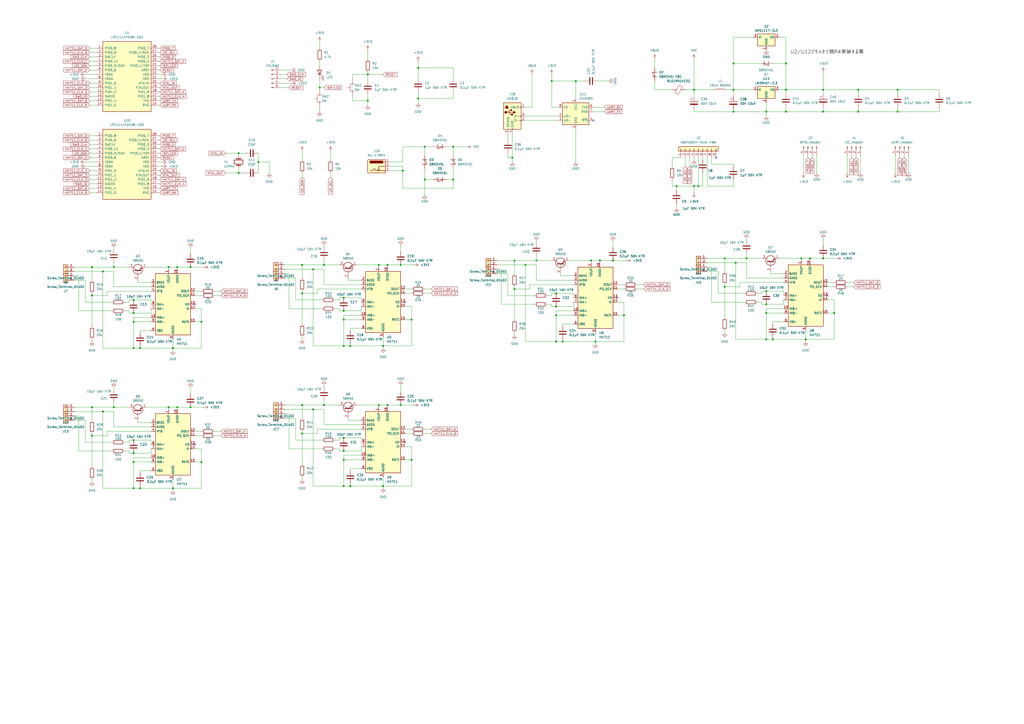
<source format=kicad_sch>
(kicad_sch (version 20250114) (generator "eeschema") (generator_version "9.0")
  (paper "A2")
  (junction (at 149.86 93.98))
  (junction (at 53.34 252.73))
  (junction (at 334.01 46.99))
  (junction (at 477.52 64.77))
  (junction (at 347.98 151.13))
  (junction (at 477.52 149.86))
  (junction (at 455.93 52.07))
  (junction (at 53.34 171.45))
  (junction (at 222.25 200.66))
  (junction (at 213.36 43.18))
  (junction (at 138.43 100.33))
  (junction (at 102.87 154.94))
  (junction (at 203.2 281.94))
  (junction (at 326.39 198.12))
  (junction (at 311.15 151.13))
  (junction (at 175.26 170.18))
  (junction (at 100.33 283.21))
  (junction (at 355.6 151.13))
  (junction (at 199.39 172.72))
  (junction (at 100.33 201.93))
  (junction (at 181.61 237.49))
  (junction (at 233.68 99.06))
  (junction (at 187.96 234.95))
  (junction (at 203.2 200.66))
  (junction (at 238.76 266.7))
  (junction (at 242.57 57.15))
  (junction (at 361.95 182.88))
  (junction (at 520.7 64.77))
  (junction (at 444.5 64.77))
  (junction (at 138.43 88.9))
  (junction (at 77.47 186.69))
  (junction (at 322.58 177.8))
  (junction (at 464.82 149.86))
  (junction (at 242.57 39.37))
  (junction (at 102.87 236.22))
  (junction (at 77.47 201.93))
  (junction (at 402.59 107.95))
  (junction (at 433.07 149.86))
  (junction (at 222.25 281.94))
  (junction (at 420.37 149.86))
  (junction (at 455.93 64.77))
  (junction (at 66.04 236.22))
  (junction (at 469.9 149.86))
  (junction (at 199.39 281.94))
  (junction (at 199.39 261.62))
  (junction (at 77.47 262.89))
  (junction (at 320.04 46.99))
  (junction (at 246.38 85.09))
  (junction (at 110.49 236.22))
  (junction (at 175.26 234.95))
  (junction (at 238.76 185.42))
  (junction (at 455.93 36.83))
  (junction (at 342.9 151.13))
  (junction (at 181.61 156.21))
  (junction (at 77.47 267.97))
  (junction (at 175.26 153.67))
  (junction (at 425.45 64.77))
  (junction (at 53.34 236.22))
  (junction (at 175.26 251.46))
  (junction (at 298.45 167.64))
  (junction (at 425.45 36.83))
  (junction (at 520.7 52.07))
  (junction (at 322.58 170.18))
  (junction (at 199.39 185.42))
  (junction (at 322.58 182.88))
  (junction (at 444.5 168.91))
  (junction (at 199.39 180.34))
  (junction (at 402.59 52.07))
  (junction (at 59.69 157.48))
  (junction (at 477.52 52.07))
  (junction (at 497.84 64.77))
  (junction (at 187.96 153.67))
  (junction (at 246.38 104.14))
  (junction (at 219.71 234.95))
  (junction (at 81.28 283.21))
  (junction (at 199.39 266.7))
  (junction (at 77.47 255.27))
  (junction (at 224.79 153.67))
  (junction (at 116.84 267.97))
  (junction (at 467.36 196.85))
  (junction (at 53.34 154.94))
  (junction (at 81.28 201.93))
  (junction (at 59.69 238.76))
  (junction (at 322.58 198.12))
  (junction (at 420.37 166.37))
  (junction (at 262.89 104.14))
  (junction (at 116.84 186.69))
  (junction (at 97.79 236.22))
  (junction (at 199.39 200.66))
  (junction (at 345.44 198.12))
  (junction (at 483.87 181.61))
  (junction (at 232.41 234.95))
  (junction (at 297.18 91.44))
  (junction (at 444.5 181.61))
  (junction (at 110.49 154.94))
  (junction (at 232.41 153.67))
  (junction (at 185.42 50.8))
  (junction (at 444.5 176.53))
  (junction (at 425.45 52.07))
  (junction (at 77.47 181.61))
  (junction (at 224.79 234.95))
  (junction (at 97.79 154.94))
  (junction (at 392.43 107.95))
  (junction (at 426.72 152.4))
  (junction (at 262.89 85.09))
  (junction (at 497.84 52.07))
  (junction (at 77.47 173.99))
  (junction (at 405.13 107.95))
  (junction (at 448.31 196.85))
  (junction (at 66.04 154.94))
  (junction (at 199.39 254))
  (junction (at 298.45 151.13))
  (junction (at 304.8 153.67))
  (junction (at 77.47 283.21))
  (junction (at 219.71 153.67))
  (junction (at 444.5 196.85))
  (junction (at 213.36 58.42))
  (no_connect (at 113.03 176.53))
  (no_connect (at 415.29 91.44))
  (no_connect (at 234.95 175.26))
  (no_connect (at 234.95 256.54))
  (no_connect (at 358.14 172.72))
  (no_connect (at 113.03 257.81))
  (no_connect (at 344.17 69.85))
  (no_connect (at 480.06 171.45))
  (wire (pts (xy 52.07 101.6) (xy 55.88 101.6)))
  (wire (pts (xy 234.95 248.92) (xy 238.76 248.92)))
  (wire (pts (xy 320.04 170.18) (xy 322.58 170.18)))
  (wire (pts (xy 322.58 170.18) (xy 332.74 170.18)))
  (wire (pts (xy 196.85 173.99) (xy 196.85 172.72)))
  (wire (pts (xy 322.58 182.88) (xy 322.58 198.12)))
  (wire (pts (xy 92.71 111.76) (xy 91.44 111.76)))
  (wire (pts (xy 87.63 265.43) (xy 77.47 265.43)))
  (wire (pts (xy 181.61 156.21) (xy 181.61 200.66)))
  (wire (pts (xy 400.05 96.52) (xy 400.05 91.44)))
  (wire (pts (xy 113.03 267.97) (xy 116.84 267.97)))
  (wire (pts (xy 294.64 88.9) (xy 294.64 91.44)))
  (wire (pts (xy 334.01 74.93) (xy 334.01 93.98)))
  (wire (pts (xy 165.1 242.57) (xy 171.45 242.57)))
  (wire (pts (xy 467.36 198.12) (xy 467.36 196.85)))
  (wire (pts (xy 52.07 27.94) (xy 55.88 27.94)))
  (wire (pts (xy 246.38 248.92) (xy 250.19 248.92)))
  (wire (pts (xy 110.49 154.94) (xy 118.11 154.94)))
  (wire (pts (xy 345.44 199.39) (xy 345.44 198.12)))
  (wire (pts (xy 53.34 236.22) (xy 66.04 236.22)))
  (wire (pts (xy 77.47 265.43) (xy 77.47 267.97)))
  (wire (pts (xy 468.63 90.17) (xy 468.63 91.44)))
  (wire (pts (xy 290.83 156.21) (xy 290.83 176.53)))
  (wire (pts (xy 138.43 88.9) (xy 138.43 90.17)))
  (wire (pts (xy 332.74 187.96) (xy 326.39 187.96)))
  (wire (pts (xy 100.33 284.48) (xy 100.33 283.21)))
  (wire (pts (xy 499.11 90.17) (xy 499.11 100.33)))
  (wire (pts (xy 52.07 33.02) (xy 55.88 33.02)))
  (wire (pts (xy 297.18 91.44) (xy 297.18 93.98)))
  (wire (pts (xy 425.45 52.07) (xy 436.88 52.07)))
  (wire (pts (xy 171.45 173.99) (xy 186.69 173.99)))
  (wire (pts (xy 246.38 85.09) (xy 246.38 90.17)))
  (wire (pts (xy 397.51 96.52) (xy 397.51 91.44)))
  (wire (pts (xy 199.39 266.7) (xy 209.55 266.7)))
  (wire (pts (xy 92.71 81.28) (xy 91.44 81.28)))
  (wire (pts (xy 294.64 158.75) (xy 294.64 171.45)))
  (wire (pts (xy 246.38 104.14) (xy 246.38 113.03)))
  (wire (pts (xy 233.68 99.06) (xy 226.06 99.06)))
  (wire (pts (xy 52.07 48.26) (xy 55.88 48.26)))
  (wire (pts (xy 100.33 283.21) (xy 116.84 283.21)))
  (wire (pts (xy 392.43 110.49) (xy 392.43 107.95)))
  (wire (pts (xy 222.25 283.21) (xy 222.25 281.94)))
  (wire (pts (xy 405.13 107.95) (xy 402.59 107.95)))
  (wire (pts (xy 165.1 161.29) (xy 171.45 161.29)))
  (wire (pts (xy 496.57 90.17) (xy 496.57 91.44)))
  (wire (pts (xy 77.47 267.97) (xy 77.47 283.21)))
  (wire (pts (xy 389.89 104.14) (xy 389.89 107.95)))
  (wire (pts (xy 113.03 252.73) (xy 116.84 252.73)))
  (wire (pts (xy 420.37 165.1) (xy 420.37 166.37)))
  (wire (pts (xy 238.76 266.7) (xy 238.76 281.94)))
  (wire (pts (xy 464.82 151.13) (xy 464.82 149.86)))
  (wire (pts (xy 92.71 27.94) (xy 91.44 27.94)))
  (wire (pts (xy 392.43 107.95) (xy 402.59 107.95)))
  (wire (pts (xy 207.01 234.95) (xy 219.71 234.95)))
  (wire (pts (xy 87.63 184.15) (xy 77.47 184.15)))
  (wire (pts (xy 74.93 175.26) (xy 74.93 173.99)))
  (wire (pts (xy 304.8 62.23) (xy 308.61 62.23)))
  (wire (pts (xy 49.53 96.52) (xy 55.88 96.52)))
  (wire (pts (xy 74.93 256.54) (xy 74.93 255.27)))
  (wire (pts (xy 53.34 243.84) (xy 53.34 236.22)))
  (wire (pts (xy 175.26 153.67) (xy 187.96 153.67)))
  (wire (pts (xy 62.23 168.91) (xy 87.63 168.91)))
  (wire (pts (xy 491.49 90.17) (xy 491.49 100.33)))
  (wire (pts (xy 165.1 153.67) (xy 175.26 153.67)))
  (wire (pts (xy 191.77 87.63) (xy 191.77 92.71)))
  (wire (pts (xy 233.68 109.22) (xy 262.89 109.22)))
  (wire (pts (xy 444.5 196.85) (xy 448.31 196.85)))
  (wire (pts (xy 181.61 237.49) (xy 165.1 237.49)))
  (wire (pts (xy 66.04 238.76) (xy 59.69 238.76)))
  (wire (pts (xy 246.38 104.14) (xy 251.46 104.14)))
  (wire (pts (xy 124.46 252.73) (xy 128.27 252.73)))
  (wire (pts (xy 59.69 238.76) (xy 43.18 238.76)))
  (wire (pts (xy 213.36 54.61) (xy 213.36 58.42)))
  (wire (pts (xy 184.15 170.18) (xy 184.15 167.64)))
  (wire (pts (xy 520.7 64.77) (xy 497.84 64.77)))
  (wire (pts (xy 87.63 262.89) (xy 87.63 260.35)))
  (wire (pts (xy 156.21 93.98) (xy 156.21 100.33)))
  (wire (pts (xy 91.44 101.6) (xy 92.71 101.6)))
  (wire (pts (xy 222.25 281.94) (xy 238.76 281.94)))
  (wire (pts (xy 480.06 181.61) (xy 483.87 181.61)))
  (wire (pts (xy 203.2 281.94) (xy 203.2 280.67)))
  (wire (pts (xy 527.05 90.17) (xy 527.05 100.33)))
  (wire (pts (xy 80.01 245.11) (xy 87.63 245.11)))
  (wire (pts (xy 454.66 161.29) (xy 433.07 161.29)))
  (wire (pts (xy 52.07 88.9) (xy 55.88 88.9)))
  (wire (pts (xy 184.15 251.46) (xy 184.15 248.92)))
  (wire (pts (xy 224.79 153.67) (xy 224.79 154.94)))
  (wire (pts (xy 436.88 21.59) (xy 425.45 21.59)))
  (wire (pts (xy 162.56 43.18) (xy 166.37 43.18)))
  (wire (pts (xy 416.56 170.18) (xy 431.8 170.18)))
  (wire (pts (xy 224.79 234.95) (xy 232.41 234.95)))
  (wire (pts (xy 91.44 88.9) (xy 92.71 88.9)))
  (wire (pts (xy 52.07 109.22) (xy 55.88 109.22)))
  (wire (pts (xy 92.71 106.68) (xy 91.44 106.68)))
  (wire (pts (xy 473.71 90.17) (xy 473.71 100.33)))
  (wire (pts (xy 429.26 163.83) (xy 454.66 163.83)))
  (wire (pts (xy 238.76 185.42) (xy 238.76 200.66)))
  (wire (pts (xy 433.07 138.43) (xy 433.07 139.7)))
  (wire (pts (xy 124.46 171.45) (xy 128.27 171.45)))
  (wire (pts (xy 344.17 62.23) (xy 350.52 62.23)))
  (wire (pts (xy 207.01 153.67) (xy 219.71 153.67)))
  (wire (pts (xy 49.53 162.56) (xy 49.53 175.26)))
  (wire (pts (xy 219.71 153.67) (xy 224.79 153.67)))
  (wire (pts (xy 199.39 180.34) (xy 209.55 180.34)))
  (wire (pts (xy 402.59 64.77) (xy 425.45 64.77)))
  (wire (pts (xy 66.04 233.68) (xy 66.04 236.22)))
  (wire (pts (xy 307.34 167.64) (xy 307.34 165.1)))
  (wire (pts (xy 102.87 236.22) (xy 110.49 236.22)))
  (wire (pts (xy 66.04 166.37) (xy 66.04 157.48)))
  (wire (pts (xy 304.8 69.85) (xy 323.85 69.85)))
  (wire (pts (xy 185.42 50.8) (xy 185.42 45.72)))
  (wire (pts (xy 222.25 201.93) (xy 222.25 200.66)))
  (wire (pts (xy 199.39 254) (xy 209.55 254)))
  (wire (pts (xy 288.29 158.75) (xy 294.64 158.75)))
  (wire (pts (xy 298.45 193.04) (xy 298.45 194.31)))
  (wire (pts (xy 246.38 167.64) (xy 250.19 167.64)))
  (wire (pts (xy 426.72 152.4) (xy 426.72 196.85)))
  (wire (pts (xy 59.69 157.48) (xy 59.69 201.93)))
  (wire (pts (xy 92.71 58.42) (xy 91.44 58.42)))
  (wire (pts (xy 444.5 176.53) (xy 454.66 176.53)))
  (wire (pts (xy 196.85 260.35) (xy 194.31 260.35)))
  (wire (pts (xy 52.07 111.76) (xy 55.88 111.76)))
  (wire (pts (xy 477.52 41.91) (xy 477.52 52.07)))
  (wire (pts (xy 232.41 142.24) (xy 232.41 146.05)))
  (wire (pts (xy 74.93 181.61) (xy 74.93 180.34)))
  (wire (pts (xy 222.25 281.94) (xy 222.25 276.86)))
  (wire (pts (xy 53.34 278.13) (xy 53.34 279.4)))
  (wire (pts (xy 187.96 50.8) (xy 185.42 50.8)))
  (wire (pts (xy 138.43 97.79) (xy 138.43 100.33)))
  (wire (pts (xy 345.44 198.12) (xy 326.39 198.12)))
  (wire (pts (xy 520.7 62.23) (xy 520.7 64.77)))
  (wire (pts (xy 100.33 283.21) (xy 81.28 283.21)))
  (wire (pts (xy 389.89 91.44) (xy 389.89 96.52)))
  (wire (pts (xy 149.86 88.9) (xy 149.86 93.98)))
  (wire (pts (xy 262.89 109.22) (xy 262.89 104.14)))
  (wire (pts (xy 49.53 45.72) (xy 55.88 45.72)))
  (wire (pts (xy 138.43 100.33) (xy 130.81 100.33)))
  (wire (pts (xy 232.41 223.52) (xy 232.41 227.33)))
  (wire (pts (xy 421.64 52.07) (xy 425.45 52.07)))
  (wire (pts (xy 92.71 35.56) (xy 91.44 35.56)))
  (wire (pts (xy 246.38 170.18) (xy 250.19 170.18)))
  (wire (pts (xy 175.26 187.96) (xy 175.26 170.18)))
  (wire (pts (xy 420.37 166.37) (xy 429.26 166.37)))
  (wire (pts (xy 452.12 21.59) (xy 455.93 21.59)))
  (wire (pts (xy 448.31 196.85) (xy 448.31 195.58)))
  (wire (pts (xy 194.31 255.27) (xy 196.85 255.27)))
  (wire (pts (xy 298.45 151.13) (xy 311.15 151.13)))
  (wire (pts (xy 167.64 158.75) (xy 165.1 158.75)))
  (wire (pts (xy 110.49 143.51) (xy 110.49 147.32)))
  (wire (pts (xy 175.26 161.29) (xy 175.26 153.67)))
  (wire (pts (xy 81.28 283.21) (xy 81.28 281.94)))
  (wire (pts (xy 81.28 191.77) (xy 81.28 193.04)))
  (wire (pts (xy 203.2 271.78) (xy 203.2 273.05)))
  (wire (pts (xy 187.96 151.13) (xy 187.96 153.67)))
  (wire (pts (xy 203.2 200.66) (xy 203.2 199.39)))
  (wire (pts (xy 420.37 149.86) (xy 433.07 149.86)))
  (wire (pts (xy 81.28 201.93) (xy 81.28 200.66)))
  (wire (pts (xy 320.04 176.53) (xy 317.5 176.53)))
  (wire (pts (xy 416.56 157.48) (xy 416.56 170.18)))
  (wire (pts (xy 311.15 139.7) (xy 311.15 140.97)))
  (wire (pts (xy 102.87 236.22) (xy 102.87 237.49)))
  (wire (pts (xy 167.64 240.03) (xy 167.64 260.35)))
  (wire (pts (xy 113.03 260.35) (xy 116.84 260.35)))
  (wire (pts (xy 191.77 100.33) (xy 191.77 102.87)))
  (wire (pts (xy 233.68 99.06) (xy 233.68 109.22)))
  (wire (pts (xy 199.39 180.34) (xy 196.85 180.34)))
  (wire (pts (xy 320.04 171.45) (xy 320.04 170.18)))
  (wire (pts (xy 113.03 168.91) (xy 116.84 168.91)))
  (wire (pts (xy 43.18 154.94) (xy 53.34 154.94)))
  (wire (pts (xy 85.09 236.22) (xy 97.79 236.22)))
  (wire (pts (xy 100.33 201.93) (xy 100.33 196.85)))
  (wire (pts (xy 196.85 261.62) (xy 196.85 260.35)))
  (wire (pts (xy 102.87 154.94) (xy 110.49 154.94)))
  (wire (pts (xy 74.93 255.27) (xy 77.47 255.27)))
  (wire (pts (xy 242.57 53.34) (xy 242.57 57.15)))
  (wire (pts (xy 124.46 250.19) (xy 128.27 250.19)))
  (wire (pts (xy 87.63 181.61) (xy 87.63 179.07)))
  (wire (pts (xy 262.89 53.34) (xy 262.89 57.15)))
  (wire (pts (xy 358.14 165.1) (xy 361.95 165.1)))
  (wire (pts (xy 497.84 52.07) (xy 477.52 52.07)))
  (wire (pts (xy 361.95 175.26) (xy 361.95 182.88)))
  (wire (pts (xy 52.07 60.96) (xy 55.88 60.96)))
  (wire (pts (xy 467.36 196.85) (xy 483.87 196.85)))
  (wire (pts (xy 97.79 156.21) (xy 97.79 154.94)))
  (wire (pts (xy 187.96 223.52) (xy 187.96 224.79)))
  (wire (pts (xy 441.96 175.26) (xy 439.42 175.26)))
  (wire (pts (xy 87.63 191.77) (xy 81.28 191.77)))
  (wire (pts (xy 196.85 179.07) (xy 194.31 179.07)))
  (wire (pts (xy 544.83 54.61) (xy 544.83 52.07)))
  (wire (pts (xy 113.03 171.45) (xy 116.84 171.45)))
  (wire (pts (xy 346.71 46.99) (xy 353.06 46.99)))
  (wire (pts (xy 234.95 185.42) (xy 238.76 185.42)))
  (wire (pts (xy 92.71 60.96) (xy 91.44 60.96)))
  (wire (pts (xy 187.96 237.49) (xy 181.61 237.49)))
  (wire (pts (xy 92.71 86.36) (xy 91.44 86.36)))
  (wire (pts (xy 304.8 67.31) (xy 323.85 67.31)))
  (wire (pts (xy 444.5 64.77) (xy 455.93 64.77)))
  (wire (pts (xy 138.43 88.9) (xy 142.24 88.9)))
  (wire (pts (xy 455.93 52.07) (xy 452.12 52.07)))
  (wire (pts (xy 242.57 39.37) (xy 262.89 39.37)))
  (wire (pts (xy 298.45 158.75) (xy 298.45 151.13)))
  (wire (pts (xy 308.61 43.18) (xy 308.61 62.23)))
  (wire (pts (xy 342.9 151.13) (xy 347.98 151.13)))
  (wire (pts (xy 483.87 181.61) (xy 483.87 196.85)))
  (wire (pts (xy 311.15 148.59) (xy 311.15 151.13)))
  (wire (pts (xy 233.68 96.52) (xy 233.68 99.06)))
  (wire (pts (xy 196.85 153.67) (xy 187.96 153.67)))
  (wire (pts (xy 49.53 43.18) (xy 55.88 43.18)))
  (wire (pts (xy 402.59 107.95) (xy 402.59 111.76)))
  (wire (pts (xy 52.07 91.44) (xy 55.88 91.44)))
  (wire (pts (xy 97.79 236.22) (xy 102.87 236.22)))
  (wire (pts (xy 74.93 262.89) (xy 74.93 261.62)))
  (wire (pts (xy 431.8 175.26) (xy 412.75 175.26)))
  (wire (pts (xy 59.69 201.93) (xy 77.47 201.93)))
  (wire (pts (xy 199.39 172.72) (xy 209.55 172.72)))
  (wire (pts (xy 66.04 247.65) (xy 66.04 238.76)))
  (wire (pts (xy 444.5 181.61) (xy 454.66 181.61)))
  (wire (pts (xy 440.69 36.83) (xy 425.45 36.83)))
  (wire (pts (xy 344.17 64.77) (xy 350.52 64.77)))
  (wire (pts (xy 100.33 201.93) (xy 116.84 201.93)))
  (wire (pts (xy 389.89 107.95) (xy 392.43 107.95)))
  (wire (pts (xy 519.43 90.17) (xy 519.43 100.33)))
  (wire (pts (xy 325.12 158.75) (xy 325.12 160.02)))
  (wire (pts (xy 544.83 64.77) (xy 520.7 64.77)))
  (wire (pts (xy 162.56 45.72) (xy 166.37 45.72)))
  (wire (pts (xy 199.39 264.16) (xy 199.39 266.7)))
  (wire (pts (xy 234.95 251.46) (xy 238.76 251.46)))
  (wire (pts (xy 66.04 143.51) (xy 66.04 144.78)))
  (wire (pts (xy 91.44 96.52) (xy 93.98 96.52)))
  (wire (pts (xy 185.42 24.13) (xy 185.42 27.94)))
  (wire (pts (xy 209.55 256.54) (xy 209.55 254)))
  (wire (pts (xy 311.15 162.56) (xy 311.15 153.67)))
  (wire (pts (xy 242.57 39.37) (xy 242.57 45.72)))
  (wire (pts (xy 162.56 40.64) (xy 168.91 40.64)))
  (wire (pts (xy 66.04 157.48) (xy 59.69 157.48)))
  (wire (pts (xy 204.47 45.72) (xy 204.47 43.18)))
  (wire (pts (xy 332.74 177.8) (xy 332.74 175.26)))
  (wire (pts (xy 196.85 234.95) (xy 187.96 234.95)))
  (wire (pts (xy 87.63 273.05) (xy 81.28 273.05)))
  (wire (pts (xy 420.37 184.15) (xy 420.37 166.37)))
  (wire (pts (xy 77.47 267.97) (xy 87.63 267.97)))
  (wire (pts (xy 52.07 55.88) (xy 55.88 55.88)))
  (wire (pts (xy 477.52 52.07) (xy 477.52 54.61)))
  (wire (pts (xy 130.81 88.9) (xy 138.43 88.9)))
  (wire (pts (xy 175.26 269.24) (xy 175.26 251.46)))
  (wire (pts (xy 102.87 154.94) (xy 102.87 156.21)))
  (wire (pts (xy 199.39 266.7) (xy 199.39 281.94)))
  (wire (pts (xy 452.12 149.86) (xy 464.82 149.86)))
  (wire (pts (xy 171.45 242.57) (xy 171.45 255.27)))
  (wire (pts (xy 64.77 261.62) (xy 45.72 261.62)))
  (wire (pts (xy 213.36 29.21) (xy 213.36 34.29)))
  (wire (pts (xy 234.95 177.8) (xy 238.76 177.8)))
  (wire (pts (xy 298.45 185.42) (xy 298.45 167.64)))
  (wire (pts (xy 53.34 196.85) (xy 53.34 198.12)))
  (wire (pts (xy 52.07 30.48) (xy 55.88 30.48)))
  (wire (pts (xy 439.42 170.18) (xy 441.96 170.18)))
  (wire (pts (xy 175.26 242.57) (xy 175.26 234.95)))
  (wire (pts (xy 196.85 254) (xy 199.39 254)))
  (wire (pts (xy 454.66 179.07) (xy 444.5 179.07)))
  (wire (pts (xy 92.71 33.02) (xy 91.44 33.02)))
  (wire (pts (xy 116.84 267.97) (xy 116.84 283.21)))
  (wire (pts (xy 52.07 86.36) (xy 55.88 86.36)))
  (wire (pts (xy 433.07 147.32) (xy 433.07 149.86)))
  (wire (pts (xy 320.04 46.99) (xy 334.01 46.99)))
  (wire (pts (xy 294.64 171.45) (xy 309.88 171.45)))
  (wire (pts (xy 77.47 184.15) (xy 77.47 186.69)))
  (wire (pts (xy 185.42 62.23) (xy 185.42 64.77)))
  (wire (pts (xy 52.07 99.06) (xy 55.88 99.06)))
  (wire (pts (xy 92.71 53.34) (xy 91.44 53.34)))
  (wire (pts (xy 307.34 165.1) (xy 332.74 165.1)))
  (wire (pts (xy 52.07 40.64) (xy 55.88 40.64)))
  (wire (pts (xy 92.71 109.22) (xy 91.44 109.22)))
  (wire (pts (xy 209.55 182.88) (xy 199.39 182.88)))
  (wire (pts (xy 165.1 234.95) (xy 175.26 234.95)))
  (wire (pts (xy 444.5 176.53) (xy 441.96 176.53)))
  (wire (pts (xy 469.9 149.86) (xy 469.9 151.13)))
  (wire (pts (xy 219.71 236.22) (xy 219.71 234.95)))
  (wire (pts (xy 358.14 175.26) (xy 361.95 175.26)))
  (wire (pts (xy 471.17 90.17) (xy 471.17 91.44)))
  (wire (pts (xy 520.7 52.07) (xy 497.84 52.07)))
  (wire (pts (xy 209.55 264.16) (xy 199.39 264.16)))
  (wire (pts (xy 185.42 50.8) (xy 185.42 52.07)))
  (wire (pts (xy 171.45 161.29) (xy 171.45 173.99)))
  (wire (pts (xy 53.34 251.46) (xy 53.34 252.73)))
  (wire (pts (xy 407.67 91.44) (xy 407.67 92.71)))
  (wire (pts (xy 262.89 57.15) (xy 242.57 57.15)))
  (wire (pts (xy 402.59 55.88) (xy 402.59 52.07)))
  (wire (pts (xy 52.07 81.28) (xy 55.88 81.28)))
  (wire (pts (xy 213.36 41.91) (xy 213.36 43.18)))
  (wire (pts (xy 110.49 236.22) (xy 118.11 236.22)))
  (wire (pts (xy 226.06 96.52) (xy 233.68 96.52)))
  (wire (pts (xy 320.04 46.99) (xy 320.04 62.23)))
  (wire (pts (xy 187.96 156.21) (xy 181.61 156.21)))
  (wire (pts (xy 80.01 243.84) (xy 80.01 245.11)))
  (wire (pts (xy 402.59 91.44) (xy 402.59 92.71)))
  (wire (pts (xy 441.96 170.18) (xy 441.96 168.91)))
  (wire (pts (xy 91.44 93.98) (xy 93.98 93.98)))
  (wire (pts (xy 420.37 157.48) (xy 420.37 149.86)))
  (wire (pts (xy 222.25 200.66) (xy 203.2 200.66)))
  (wire (pts (xy 379.73 34.29) (xy 379.73 39.37)))
  (wire (pts (xy 455.93 62.23) (xy 455.93 64.77)))
  (wire (pts (xy 242.57 35.56) (xy 242.57 39.37)))
  (wire (pts (xy 175.26 234.95) (xy 187.96 234.95)))
  (wire (pts (xy 92.71 30.48) (xy 91.44 30.48)))
  (wire (pts (xy 262.89 85.09) (xy 259.08 85.09)))
  (wire (pts (xy 175.26 100.33) (xy 175.26 102.87)))
  (wire (pts (xy 175.26 87.63) (xy 175.26 92.71)))
  (wire (pts (xy 233.68 93.98) (xy 226.06 93.98)))
  (wire (pts (xy 441.96 149.86) (xy 433.07 149.86)))
  (wire (pts (xy 410.21 91.44) (xy 410.21 107.95)))
  (wire (pts (xy 455.93 21.59) (xy 455.93 36.83)))
  (wire (pts (xy 59.69 238.76) (xy 59.69 283.21)))
  (wire (pts (xy 288.29 151.13) (xy 298.45 151.13)))
  (wire (pts (xy 355.6 151.13) (xy 363.22 151.13)))
  (wire (pts (xy 72.39 175.26) (xy 74.93 175.26)))
  (wire (pts (xy 222.25 200.66) (xy 222.25 195.58)))
  (wire (pts (xy 322.58 180.34) (xy 322.58 182.88)))
  (wire (pts (xy 322.58 177.8) (xy 320.04 177.8)))
  (wire (pts (xy 520.7 54.61) (xy 520.7 52.07)))
  (wire (pts (xy 162.56 50.8) (xy 167.64 50.8)))
  (wire (pts (xy 355.6 139.7) (xy 355.6 143.51)))
  (wire (pts (xy 407.67 100.33) (xy 407.67 107.95)))
  (wire (pts (xy 171.45 255.27) (xy 186.69 255.27)))
  (wire (pts (xy 238.76 177.8) (xy 238.76 185.42)))
  (wire (pts (xy 477.52 138.43) (xy 477.52 142.24)))
  (wire (pts (xy 410.21 107.95) (xy 425.45 107.95)))
  (wire (pts (xy 311.15 153.67) (xy 304.8 153.67)))
  (wire (pts (xy 97.79 154.94) (xy 102.87 154.94)))
  (wire (pts (xy 92.71 40.64) (xy 91.44 40.64)))
  (wire (pts (xy 238.76 259.08) (xy 238.76 266.7)))
  (wire (pts (xy 100.33 283.21) (xy 100.33 278.13)))
  (wire (pts (xy 52.07 50.8) (xy 55.88 50.8)))
  (wire (pts (xy 186.69 179.07) (xy 167.64 179.07)))
  (wire (pts (xy 361.95 182.88) (xy 361.95 198.12)))
  (wire (pts (xy 52.07 104.14) (xy 55.88 104.14)))
  (wire (pts (xy 167.64 240.03) (xy 165.1 240.03)))
  (wire (pts (xy 447.04 157.48) (xy 447.04 158.75)))
  (wire (pts (xy 53.34 170.18) (xy 53.34 171.45)))
  (wire (pts (xy 394.97 91.44) (xy 389.89 91.44)))
  (wire (pts (xy 426.72 152.4) (xy 410.21 152.4)))
  (wire (pts (xy 467.36 196.85) (xy 467.36 191.77)))
  (wire (pts (xy 113.03 186.69) (xy 116.84 186.69)))
  (wire (pts (xy 77.47 181.61) (xy 87.63 181.61)))
  (wire (pts (xy 444.5 179.07) (xy 444.5 181.61)))
  (wire (pts (xy 77.47 173.99) (xy 87.63 173.99)))
  (wire (pts (xy 410.21 157.48) (xy 416.56 157.48)))
  (wire (pts (xy 204.47 43.18) (xy 213.36 43.18)))
  (wire (pts (xy 175.26 276.86) (xy 175.26 278.13)))
  (wire (pts (xy 52.07 83.82) (xy 55.88 83.82)))
  (wire (pts (xy 175.26 250.19) (xy 175.26 251.46)))
  (wire (pts (xy 477.52 149.86) (xy 485.14 149.86)))
  (wire (pts (xy 345.44 198.12) (xy 345.44 193.04)))
  (wire (pts (xy 59.69 157.48) (xy 43.18 157.48)))
  (wire (pts (xy 342.9 152.4) (xy 342.9 151.13)))
  (wire (pts (xy 209.55 175.26) (xy 209.55 172.72)))
  (wire (pts (xy 412.75 154.94) (xy 412.75 175.26)))
  (wire (pts (xy 544.83 62.23) (xy 544.83 64.77)))
  (wire (pts (xy 92.71 104.14) (xy 91.44 104.14)))
  (wire (pts (xy 45.72 241.3) (xy 45.72 261.62)))
  (wire (pts (xy 142.24 100.33) (xy 138.43 100.33)))
  (wire (pts (xy 199.39 185.42) (xy 199.39 200.66)))
  (wire (pts (xy 85.09 154.94) (xy 97.79 154.94)))
  (wire (pts (xy 199.39 182.88) (xy 199.39 185.42)))
  (wire (pts (xy 113.03 179.07) (xy 116.84 179.07)))
  (wire (pts (xy 100.33 201.93) (xy 81.28 201.93)))
  (wire (pts (xy 325.12 160.02) (xy 332.74 160.02)))
  (wire (pts (xy 294.64 77.47) (xy 294.64 81.28)))
  (wire (pts (xy 262.89 90.17) (xy 262.89 85.09)))
  (wire (pts (xy 196.85 255.27) (xy 196.85 254)))
  (wire (pts (xy 43.18 236.22) (xy 53.34 236.22)))
  (wire (pts (xy 444.5 168.91) (xy 454.66 168.91)))
  (wire (pts (xy 425.45 52.07) (xy 425.45 55.88)))
  (wire (pts (xy 405.13 91.44) (xy 405.13 107.95)))
  (wire (pts (xy 184.15 167.64) (xy 209.55 167.64)))
  (wire (pts (xy 43.18 162.56) (xy 49.53 162.56)))
  (wire (pts (xy 466.09 90.17) (xy 466.09 100.33)))
  (wire (pts (xy 494.03 90.17) (xy 494.03 91.44)))
  (wire (pts (xy 441.96 176.53) (xy 441.96 175.26)))
  (wire (pts (xy 477.52 64.77) (xy 497.84 64.77)))
  (wire (pts (xy 412.75 154.94) (xy 410.21 154.94)))
  (wire (pts (xy 52.07 58.42) (xy 55.88 58.42)))
  (wire (pts (xy 425.45 36.83) (xy 425.45 52.07)))
  (wire (pts (xy 322.58 182.88) (xy 332.74 182.88)))
  (wire (pts (xy 92.71 78.74) (xy 91.44 78.74)))
  (wire (pts (xy 290.83 156.21) (xy 288.29 156.21)))
  (wire (pts (xy 347.98 151.13) (xy 355.6 151.13)))
  (wire (pts (xy 80.01 163.83) (xy 87.63 163.83)))
  (wire (pts (xy 392.43 118.11) (xy 392.43 120.65)))
  (wire (pts (xy 87.63 257.81) (xy 87.63 255.27)))
  (wire (pts (xy 444.5 64.77) (xy 444.5 67.31)))
  (wire (pts (xy 304.8 153.67) (xy 288.29 153.67)))
  (wire (pts (xy 464.82 149.86) (xy 469.9 149.86)))
  (wire (pts (xy 455.93 52.07) (xy 455.93 54.61)))
  (wire (pts (xy 209.55 261.62) (xy 209.55 259.08)))
  (wire (pts (xy 297.18 77.47) (xy 297.18 91.44)))
  (wire (pts (xy 49.53 175.26) (xy 64.77 175.26)))
  (wire (pts (xy 62.23 250.19) (xy 87.63 250.19)))
  (wire (pts (xy 80.01 162.56) (xy 80.01 163.83)))
  (wire (pts (xy 113.03 250.19) (xy 116.84 250.19)))
  (wire (pts (xy 259.08 104.14) (xy 262.89 104.14)))
  (wire (pts (xy 524.51 90.17) (xy 524.51 91.44)))
  (wire (pts (xy 224.79 234.95) (xy 224.79 236.22)))
  (wire (pts (xy 149.86 93.98) (xy 156.21 93.98)))
  (wire (pts (xy 66.04 224.79) (xy 66.04 226.06)))
  (wire (pts (xy 181.61 200.66) (xy 199.39 200.66)))
  (wire (pts (xy 181.61 156.21) (xy 165.1 156.21)))
  (wire (pts (xy 116.84 260.35) (xy 116.84 267.97)))
  (wire (pts (xy 91.44 38.1) (xy 92.71 38.1)))
  (wire (pts (xy 233.68 93.98) (xy 233.68 85.09)))
  (wire (pts (xy 181.61 281.94) (xy 199.39 281.94)))
  (wire (pts (xy 412.75 95.25) (xy 412.75 91.44)))
  (wire (pts (xy 454.66 186.69) (xy 448.31 186.69)))
  (wire (pts (xy 209.55 180.34) (xy 209.55 177.8)))
  (wire (pts (xy 213.36 58.42) (xy 204.47 58.42)))
  (wire (pts (xy 433.07 152.4) (xy 426.72 152.4)))
  (wire (pts (xy 426.72 196.85) (xy 444.5 196.85)))
  (wire (pts (xy 320.04 62.23) (xy 323.85 62.23)))
  (wire (pts (xy 199.39 185.42) (xy 209.55 185.42)))
  (wire (pts (xy 467.36 196.85) (xy 448.31 196.85)))
  (wire (pts (xy 441.96 168.91) (xy 444.5 168.91)))
  (wire (pts (xy 203.2 190.5) (xy 203.2 191.77)))
  (wire (pts (xy 234.95 266.7) (xy 238.76 266.7)))
  (wire (pts (xy 304.8 153.67) (xy 304.8 198.12)))
  (wire (pts (xy 175.26 195.58) (xy 175.26 196.85)))
  (wire (pts (xy 425.45 21.59) (xy 425.45 36.83)))
  (wire (pts (xy 77.47 262.89) (xy 74.93 262.89)))
  (wire (pts (xy 187.96 165.1) (xy 187.96 156.21)))
  (wire (pts (xy 433.07 161.29) (xy 433.07 152.4)))
  (wire (pts (xy 59.69 283.21) (xy 77.47 283.21)))
  (wire (pts (xy 444.5 59.69) (xy 444.5 64.77)))
  (wire (pts (xy 187.96 142.24) (xy 187.96 143.51)))
  (wire (pts (xy 320.04 43.18) (xy 320.04 46.99)))
  (wire (pts (xy 199.39 261.62) (xy 209.55 261.62)))
  (wire (pts (xy 77.47 255.27) (xy 87.63 255.27)))
  (wire (pts (xy 369.57 165.1) (xy 373.38 165.1)))
  (wire (pts (xy 199.39 281.94) (xy 203.2 281.94)))
  (wire (pts (xy 77.47 186.69) (xy 87.63 186.69)))
  (wire (pts (xy 425.45 64.77) (xy 444.5 64.77)))
  (wire (pts (xy 74.93 173.99) (xy 77.47 173.99)))
  (wire (pts (xy 425.45 107.95) (xy 425.45 104.14)))
  (wire (pts (xy 91.44 50.8) (xy 92.71 50.8)))
  (wire (pts (xy 187.96 246.38) (xy 187.96 237.49)))
  (wire (pts (xy 175.26 251.46) (xy 184.15 251.46)))
  (wire (pts (xy 497.84 62.23) (xy 497.84 64.77)))
  (wire (pts (xy 469.9 149.86) (xy 477.52 149.86)))
  (wire (pts (xy 62.23 171.45) (xy 62.23 168.91)))
  (wire (pts (xy 447.04 158.75) (xy 454.66 158.75)))
  (wire (pts (xy 345.44 198.12) (xy 361.95 198.12)))
  (wire (pts (xy 491.49 163.83) (xy 495.3 163.83)))
  (wire (pts (xy 322.58 177.8) (xy 332.74 177.8)))
  (wire (pts (xy 184.15 248.92) (xy 209.55 248.92)))
  (wire (pts (xy 379.73 52.07) (xy 389.89 52.07)))
  (wire (pts (xy 407.67 107.95) (xy 405.13 107.95)))
  (wire (pts (xy 209.55 246.38) (xy 187.96 246.38)))
  (wire (pts (xy 544.83 52.07) (xy 520.7 52.07)))
  (wire (pts (xy 72.39 256.54) (xy 74.93 256.54)))
  (wire (pts (xy 92.71 55.88) (xy 91.44 55.88)))
  (wire (pts (xy 91.44 43.18) (xy 93.98 43.18)))
  (wire (pts (xy 87.63 176.53) (xy 87.63 173.99)))
  (wire (pts (xy 110.49 224.79) (xy 110.49 228.6)))
  (wire (pts (xy 332.74 162.56) (xy 311.15 162.56)))
  (wire (pts (xy 213.36 43.18) (xy 213.36 46.99)))
  (wire (pts (xy 92.71 91.44) (xy 91.44 91.44)))
  (wire (pts (xy 332.74 172.72) (xy 332.74 170.18)))
  (wire (pts (xy 480.06 163.83) (xy 483.87 163.83)))
  (wire (pts (xy 298.45 167.64) (xy 307.34 167.64)))
  (wire (pts (xy 53.34 270.51) (xy 53.34 252.73)))
  (wire (pts (xy 52.07 53.34) (xy 55.88 53.34)))
  (wire (pts (xy 204.47 58.42) (xy 204.47 55.88)))
  (wire (pts (xy 448.31 36.83) (xy 455.93 36.83)))
  (wire (pts (xy 162.56 48.26) (xy 168.91 48.26)))
  (wire (pts (xy 304.8 198.12) (xy 322.58 198.12)))
  (wire (pts (xy 483.87 173.99) (xy 483.87 181.61)))
  (wire (pts (xy 45.72 241.3) (xy 43.18 241.3)))
  (wire (pts (xy 209.55 190.5) (xy 203.2 190.5)))
  (wire (pts (xy 97.79 237.49) (xy 97.79 236.22)))
  (wire (pts (xy 52.07 78.74) (xy 55.88 78.74)))
  (wire (pts (xy 185.42 35.56) (xy 185.42 38.1)))
  (wire (pts (xy 186.69 260.35) (xy 167.64 260.35)))
  (wire (pts (xy 49.53 256.54) (xy 64.77 256.54)))
  (wire (pts (xy 52.07 38.1) (xy 55.88 38.1)))
  (wire (pts (xy 87.63 247.65) (xy 66.04 247.65)))
  (wire (pts (xy 379.73 46.99) (xy 379.73 52.07)))
  (wire (pts (xy 222.25 200.66) (xy 238.76 200.66)))
  (wire (pts (xy 53.34 162.56) (xy 53.34 154.94)))
  (wire (pts (xy 402.59 52.07) (xy 414.02 52.07)))
  (wire (pts (xy 53.34 171.45) (xy 62.23 171.45)))
  (wire (pts (xy 92.71 83.82) (xy 91.44 83.82)))
  (wire (pts (xy 64.77 180.34) (xy 45.72 180.34)))
  (wire (pts (xy 232.41 234.95) (xy 240.03 234.95)))
  (wire (pts (xy 74.93 154.94) (xy 66.04 154.94)))
  (wire (pts (xy 397.51 52.07) (xy 402.59 52.07)))
  (wire (pts (xy 201.93 161.29) (xy 201.93 162.56)))
  (wire (pts (xy 334.01 57.15) (xy 334.01 46.99)))
  (wire (pts (xy 358.14 182.88) (xy 361.95 182.88)))
  (wire (pts (xy 87.63 166.37) (xy 66.04 166.37)))
  (wire (pts (xy 497.84 54.61) (xy 497.84 52.07)))
  (wire (pts (xy 201.93 243.84) (xy 209.55 243.84)))
  (wire (pts (xy 326.39 198.12) (xy 326.39 196.85)))
  (wire (pts (xy 116.84 179.07) (xy 116.84 186.69)))
  (wire (pts (xy 124.46 168.91) (xy 128.27 168.91)))
  (wire (pts (xy 347.98 151.13) (xy 347.98 152.4)))
  (wire (pts (xy 251.46 85.09) (xy 246.38 85.09)))
  (wire (pts (xy 262.89 104.14) (xy 262.89 97.79)))
  (wire (pts (xy 222.25 281.94) (xy 203.2 281.94)))
  (wire (pts (xy 410.21 149.86) (xy 420.37 149.86)))
  (wire (pts (xy 74.93 261.62) (xy 72.39 261.62)))
  (wire (pts (xy 77.47 283.21) (xy 81.28 283.21)))
  (wire (pts (xy 199.39 200.66) (xy 203.2 200.66)))
  (wire (pts (xy 52.07 35.56) (xy 55.88 35.56)))
  (wire (pts (xy 294.64 91.44) (xy 297.18 91.44)))
  (wire (pts (xy 53.34 189.23) (xy 53.34 171.45)))
  (wire (pts (xy 219.71 234.95) (xy 224.79 234.95)))
  (wire (pts (xy 455.93 64.77) (xy 477.52 64.77)))
  (wire (pts (xy 62.23 252.73) (xy 62.23 250.19)))
  (wire (pts (xy 181.61 237.49) (xy 181.61 281.94)))
  (wire (pts (xy 149.86 93.98) (xy 149.86 100.33)))
  (wire (pts (xy 234.95 167.64) (xy 238.76 167.64)))
  (wire (pts (xy 194.31 173.99) (xy 196.85 173.99)))
  (wire (pts (xy 425.45 95.25) (xy 425.45 96.52)))
  (wire (pts (xy 358.14 167.64) (xy 361.95 167.64)))
  (wire (pts (xy 402.59 63.5) (xy 402.59 64.77)))
  (wire (pts (xy 480.06 166.37) (xy 483.87 166.37)))
  (wire (pts (xy 298.45 166.37) (xy 298.45 167.64)))
  (wire (pts (xy 246.38 97.79) (xy 246.38 104.14)))
  (wire (pts (xy 91.44 48.26) (xy 92.71 48.26)))
  (wire (pts (xy 425.45 95.25) (xy 412.75 95.25)))
  (wire (pts (xy 91.44 99.06) (xy 92.71 99.06)))
  (wire (pts (xy 199.39 261.62) (xy 196.85 261.62)))
  (wire (pts (xy 100.33 203.2) (xy 100.33 201.93)))
  (wire (pts (xy 209.55 271.78) (xy 203.2 271.78)))
  (wire (pts (xy 320.04 177.8) (xy 320.04 176.53)))
  (wire (pts (xy 262.89 85.09) (xy 270.51 85.09)))
  (wire (pts (xy 209.55 165.1) (xy 187.96 165.1)))
  (wire (pts (xy 224.79 153.67) (xy 232.41 153.67)))
  (wire (pts (xy 477.52 52.07) (xy 455.93 52.07)))
  (wire (pts (xy 234.95 170.18) (xy 238.76 170.18)))
  (wire (pts (xy 77.47 186.69) (xy 77.47 201.93)))
  (wire (pts (xy 196.85 172.72) (xy 199.39 172.72)))
  (wire (pts (xy 234.95 259.08) (xy 238.76 259.08)))
  (wire (pts (xy 242.57 57.15) (xy 242.57 59.69)))
  (wire (pts (xy 175.26 168.91) (xy 175.26 170.18)))
  (wire (pts (xy 77.47 262.89) (xy 87.63 262.89)))
  (wire (pts (xy 521.97 90.17) (xy 521.97 91.44)))
  (wire (pts (xy 233.68 85.09) (xy 246.38 85.09)))
  (wire (pts (xy 81.28 273.05) (xy 81.28 274.32)))
  (wire (pts (xy 53.34 154.94) (xy 66.04 154.94)))
  (wire (pts (xy 320.04 151.13) (xy 311.15 151.13)))
  (wire (pts (xy 317.5 171.45) (xy 320.04 171.45)))
  (wire (pts (xy 77.47 201.93) (xy 81.28 201.93)))
  (wire (pts (xy 45.72 160.02) (xy 43.18 160.02)))
  (wire (pts (xy 402.59 34.29) (xy 402.59 52.07)))
  (wire (pts (xy 246.38 251.46) (xy 250.19 251.46)))
  (wire (pts (xy 334.01 46.99) (xy 339.09 46.99)))
  (wire (pts (xy 369.57 167.64) (xy 373.38 167.64)))
  (wire (pts (xy 213.36 58.42) (xy 213.36 60.96)))
  (wire (pts (xy 116.84 186.69) (xy 116.84 201.93)))
  (wire (pts (xy 201.93 242.57) (xy 201.93 243.84)))
  (wire (pts (xy 167.64 158.75) (xy 167.64 179.07)))
  (wire (pts (xy 326.39 187.96) (xy 326.39 189.23)))
  (wire (pts (xy 477.52 62.23) (xy 477.52 64.77)))
  (wire (pts (xy 74.93 180.34) (xy 72.39 180.34)))
  (wire (pts (xy 322.58 198.12) (xy 326.39 198.12)))
  (wire (pts (xy 45.72 160.02) (xy 45.72 180.34)))
  (wire (pts (xy 309.88 176.53) (xy 290.83 176.53)))
  (wire (pts (xy 91.44 45.72) (xy 93.98 45.72)))
  (wire (pts (xy 201.93 162.56) (xy 209.55 162.56)))
  (wire (pts (xy 74.93 236.22) (xy 66.04 236.22)))
  (wire (pts (xy 491.49 166.37) (xy 495.3 166.37)))
  (wire (pts (xy 43.18 243.84) (xy 49.53 243.84)))
  (wire (pts (xy 420.37 191.77) (xy 420.37 193.04)))
  (wire (pts (xy 53.34 252.73) (xy 62.23 252.73)))
  (wire (pts (xy 196.85 180.34) (xy 196.85 179.07)))
  (wire (pts (xy 444.5 181.61) (xy 444.5 196.85)))
  (wire (pts (xy 332.74 180.34) (xy 322.58 180.34)))
  (wire (pts (xy 429.26 166.37) (xy 429.26 163.83)))
  (wire (pts (xy 213.36 43.18) (xy 222.25 43.18)))
  (wire (pts (xy 448.31 186.69) (xy 448.31 187.96)))
  (wire (pts (xy 330.2 151.13) (xy 342.9 151.13)))
  (wire (pts (xy 455.93 36.83) (xy 455.93 52.07)))
  (wire (pts (xy 187.96 232.41) (xy 187.96 234.95)))
  (wire (pts (xy 454.66 176.53) (xy 454.66 173.99)))
  (wire (pts (xy 66.04 152.4) (xy 66.04 154.94)))
  (wire (pts (xy 175.26 170.18) (xy 184.15 170.18)))
  (wire (pts (xy 49.53 243.84) (xy 49.53 256.54)))
  (wire (pts (xy 49.53 93.98) (xy 55.88 93.98)))
  (wire (pts (xy 232.41 153.67) (xy 240.03 153.67)))
  (wire (pts (xy 480.06 173.99) (xy 483.87 173.99)))
  (wire (pts (xy 52.07 106.68) (xy 55.88 106.68)))
  (wire (pts (xy 262.89 39.37) (xy 262.89 45.72)))
  (wire (pts (xy 219.71 154.94) (xy 219.71 153.67)))
  (wire (pts (xy 77.47 181.61) (xy 74.93 181.61)))
  (wire (pts (xy 425.45 63.5) (xy 425.45 64.77)))
  (wire (pts (xy 454.66 171.45) (xy 454.66 168.91)))
  (label "U2{slash}U12どちらか1個のみ実装する事" (at 458.47 31.75 0) (effects (font (size 2 2))))
  (global_label "HX711_CLK_2" (shape input) (at 373.38 167.64 0) (property "Intersheetrefs" "${INTERSHEET_REFS}" (effects (hide yes))))
  (global_label "I2C_SCL" (shape input) (at 191.77 102.87 270) (property "Intersheetrefs" "${INTERSHEET_REFS}" (effects (hide yes))))
  (global_label "HX711_DAT_5" (shape input) (at 250.19 248.92 0) (property "Intersheetrefs" "${INTERSHEET_REFS}" (effects (hide yes))))
  (global_label "XTAL_OUT" (shape input) (at 92.71 50.8 0) (property "Intersheetrefs" "${INTERSHEET_REFS}" (effects (hide yes))))
  (global_label "HX711_CLK_0" (shape input) (at 52.07 81.28 180) (property "Intersheetrefs" "${INTERSHEET_REFS}" (effects (hide yes))))
  (global_label "HX711_CLK_4" (shape input) (at 92.71 55.88 0) (property "Intersheetrefs" "${INTERSHEET_REFS}" (effects (hide yes))))
  (global_label "HX711_CLK_2" (shape input) (at 52.07 99.06 180) (property "Intersheetrefs" "${INTERSHEET_REFS}" (effects (hide yes))))
  (global_label "SWD_IO" (shape input) (at 52.07 55.88 180) (property "Intersheetrefs" "${INTERSHEET_REFS}" (effects (hide yes))))
  (global_label "HX711_CLK_1" (shape input) (at 52.07 35.56 180) (property "Intersheetrefs" "${INTERSHEET_REFS}" (effects (hide yes))))
  (global_label "I2C_SDA" (shape input) (at 496.57 91.44 270) (property "Intersheetrefs" "${INTERSHEET_REFS}" (effects (hide yes))))
  (global_label "I2C_SDA" (shape input) (at 52.07 38.1 180) (property "Intersheetrefs" "${INTERSHEET_REFS}" (effects (hide yes))))
  (global_label "HX711_DAT_4" (shape input) (at 128.27 250.19 0) (property "Intersheetrefs" "${INTERSHEET_REFS}" (effects (hide yes))))
  (global_label "I2C_SCL" (shape input) (at 92.71 81.28 0) (property "Intersheetrefs" "${INTERSHEET_REFS}" (effects (hide yes))))
  (global_label "ISP{slash}LED" (shape input) (at 187.96 50.8 0) (property "Intersheetrefs" "${INTERSHEET_REFS}" (effects (hide yes))))
  (global_label "PIO0_3" (shape input) (at 471.17 91.44 270) (property "Intersheetrefs" "${INTERSHEET_REFS}" (effects (hide yes))))
  (global_label "HX711_DAT_1" (shape input) (at 92.71 35.56 0) (property "Intersheetrefs" "${INTERSHEET_REFS}" (effects (hide yes))))
  (global_label "RESET" (shape input) (at 92.71 91.44 0) (property "Intersheetrefs" "${INTERSHEET_REFS}" (effects (hide yes))))
  (global_label "SWD_IO" (shape input) (at 166.37 45.72 0) (property "Intersheetrefs" "${INTERSHEET_REFS}" (effects (hide yes))))
  (global_label "ISP{slash}LED" (shape input) (at 92.71 38.1 0) (property "Intersheetrefs" "${INTERSHEET_REFS}" (effects (hide yes))))
  (global_label "HX711_DAT_2" (shape input) (at 373.38 165.1 0) (property "Intersheetrefs" "${INTERSHEET_REFS}" (effects (hide yes))))
  (global_label "HX711_CLK_0" (shape input) (at 128.27 171.45 0) (property "Intersheetrefs" "${INTERSHEET_REFS}" (effects (hide yes))))
  (global_label "HX711_CLK_1" (shape input) (at 250.19 170.18 0) (property "Intersheetrefs" "${INTERSHEET_REFS}" (effects (hide yes))))
  (global_label "UART_RX" (shape input) (at 524.51 91.44 270) (property "Intersheetrefs" "${INTERSHEET_REFS}" (effects (hide yes))))
  (global_label "I2C_SCL" (shape input) (at 494.03 91.44 270) (property "Intersheetrefs" "${INTERSHEET_REFS}" (effects (hide yes))))
  (global_label "UART_TX" (shape input) (at 92.71 58.42 0) (property "Intersheetrefs" "${INTERSHEET_REFS}" (effects (hide yes))))
  (global_label "HX711_DAT_0" (shape input) (at 128.27 168.91 0) (property "Intersheetrefs" "${INTERSHEET_REFS}" (effects (hide yes))))
  (global_label "HX711_CLK_2" (shape input) (at 52.07 48.26 180) (property "Intersheetrefs" "${INTERSHEET_REFS}" (effects (hide yes))))
  (global_label "XTAL_OUT" (shape input) (at 92.71 101.6 0) (property "Intersheetrefs" "${INTERSHEET_REFS}" (effects (hide yes))))
  (global_label "ISP{slash}LED" (shape input) (at 92.71 88.9 0) (property "Intersheetrefs" "${INTERSHEET_REFS}" (effects (hide yes))))
  (global_label "HX711_DAT_2" (shape input) (at 52.07 91.44 180) (property "Intersheetrefs" "${INTERSHEET_REFS}" (effects (hide yes))))
  (global_label "XTAL_OUT" (shape input) (at 130.81 100.33 180) (property "Intersheetrefs" "${INTERSHEET_REFS}" (effects (hide yes))))
  (global_label "HX711_DAT_5" (shape input) (at 52.07 58.42 180) (property "Intersheetrefs" "${INTERSHEET_REFS}" (effects (hide yes))))
  (global_label "UART_RX" (shape input) (at 350.52 62.23 0) (property "Intersheetrefs" "${INTERSHEET_REFS}" (effects (hide yes))))
  (global_label "HX711_CLK_3" (shape input) (at 495.3 166.37 0) (property "Intersheetrefs" "${INTERSHEET_REFS}" (effects (hide yes))))
  (global_label "HX711_CLK_4" (shape input) (at 92.71 106.68 0) (property "Intersheetrefs" "${INTERSHEET_REFS}" (effects (hide yes))))
  (global_label "HX711_CLK_1" (shape input) (at 52.07 86.36 180) (property "Intersheetrefs" "${INTERSHEET_REFS}" (effects (hide yes))))
  (global_label "HX711_DAT_3" (shape input) (at 495.3 163.83 0) (property "Intersheetrefs" "${INTERSHEET_REFS}" (effects (hide yes))))
  (global_label "I2C_SDA" (shape input) (at 400.05 96.52 270) (property "Intersheetrefs" "${INTERSHEET_REFS}" (effects (hide yes))))
  (global_label "HX711_CLK_5" (shape input) (at 250.19 251.46 0) (property "Intersheetrefs" "${INTERSHEET_REFS}" (effects (hide yes))))
  (global_label "RESET" (shape input) (at 92.71 40.64 0) (property "Intersheetrefs" "${INTERSHEET_REFS}" (effects (hide yes))))
  (global_label "RESET" (shape input) (at 222.25 43.18 0) (property "Intersheetrefs" "${INTERSHEET_REFS}" (effects (hide yes))))
  (global_label "HX711_CLK_3" (shape input) (at 52.07 104.14 180) (property "Intersheetrefs" "${INTERSHEET_REFS}" (effects (hide yes))))
  (global_label "HX711_CLK_3" (shape input) (at 52.07 53.34 180) (property "Intersheetrefs" "${INTERSHEET_REFS}" (effects (hide yes))))
  (global_label "XTAL_IN" (shape input) (at 130.81 88.9 180) (property "Intersheetrefs" "${INTERSHEET_REFS}" (effects (hide yes))))
  (global_label "XTAL_IN" (shape input) (at 92.71 99.06 0) (property "Intersheetrefs" "${INTERSHEET_REFS}" (effects (hide yes))))
  (global_label "SWD_CLK" (shape input) (at 52.07 33.02 180) (property "Intersheetrefs" "${INTERSHEET_REFS}" (effects (hide yes))))
  (global_label "I2C_SCL" (shape input) (at 397.51 96.52 270) (property "Intersheetrefs" "${INTERSHEET_REFS}" (effects (hide yes))))
  (global_label "UART_TX" (shape input) (at 350.52 64.77 0) (property "Intersheetrefs" "${INTERSHEET_REFS}" (effects (hide yes))))
  (global_label "I2C_SCL" (shape input) (at 92.71 30.48 0) (property "Intersheetrefs" "${INTERSHEET_REFS}" (effects (hide yes))))
  (global_label "SWD_CLK" (shape input) (at 52.07 83.82 180) (property "Intersheetrefs" "${INTERSHEET_REFS}" (effects (hide yes))))
  (global_label "SWD_IO" (shape input) (at 52.07 106.68 180) (property "Intersheetrefs" "${INTERSHEET_REFS}" (effects (hide yes))))
  (global_label "UART_TX" (shape input) (at 521.97 91.44 270) (property "Intersheetrefs" "${INTERSHEET_REFS}" (effects (hide yes))))
  (global_label "HX711_CLK_5" (shape input) (at 52.07 111.76 180) (property "Intersheetrefs" "${INTERSHEET_REFS}" (effects (hide yes))))
  (global_label "PIO0_7" (shape input) (at 468.63 91.44 270) (property "Intersheetrefs" "${INTERSHEET_REFS}" (effects (hide yes))))
  (global_label "HX711_DAT_0" (shape input) (at 52.07 78.74 180) (property "Intersheetrefs" "${INTERSHEET_REFS}" (effects (hide yes))))
  (global_label "HX711_DAT_3" (shape input) (at 52.07 50.8 180) (property "Intersheetrefs" "${INTERSHEET_REFS}" (effects (hide yes))))
  (global_label "PIO0_3" (shape input) (at 92.71 83.82 0) (property "Intersheetrefs" "${INTERSHEET_REFS}" (effects (hide yes))))
  (global_label "HX711_CLK_4" (shape input) (at 128.27 252.73 0) (property "Intersheetrefs" "${INTERSHEET_REFS}" (effects (hide yes))))
  (global_label "HX711_DAT_1" (shape input) (at 92.71 86.36 0) (property "Intersheetrefs" "${INTERSHEET_REFS}" (effects (hide yes))))
  (global_label "PIO0_7" (shape input) (at 92.71 27.94 0) (property "Intersheetrefs" "${INTERSHEET_REFS}" (effects (hide yes))))
  (global_label "UART_TX" (shape input) (at 92.71 109.22 0) (property "Intersheetrefs" "${INTERSHEET_REFS}" (effects (hide yes))))
  (global_label "SWD_CLK" (shape input) (at 166.37 43.18 0) (property "Intersheetrefs" "${INTERSHEET_REFS}" (effects (hide yes))))
  (global_label "RESET" (shape input) (at 167.64 50.8 0) (property "Intersheetrefs" "${INTERSHEET_REFS}" (effects (hide yes))))
  (global_label "HX711_DAT_3" (shape input) (at 52.07 101.6 180) (property "Intersheetrefs" "${INTERSHEET_REFS}" (effects (hide yes))))
  (global_label "I2C_SDA" (shape input) (at 52.07 88.9 180) (property "Intersheetrefs" "${INTERSHEET_REFS}" (effects (hide yes))))
  (global_label "HX711_DAT_4" (shape input) (at 92.71 104.14 0) (property "Intersheetrefs" "${INTERSHEET_REFS}" (effects (hide yes))))
  (global_label "PIO0_7" (shape input) (at 92.71 78.74 0) (property "Intersheetrefs" "${INTERSHEET_REFS}" (effects (hide yes))))
  (global_label "UART_RX" (shape input) (at 92.71 111.76 0) (property "Intersheetrefs" "${INTERSHEET_REFS}" (effects (hide yes))))
  (global_label "HX711_DAT_2" (shape input) (at 52.07 40.64 180) (property "Intersheetrefs" "${INTERSHEET_REFS}" (effects (hide yes))))
  (global_label "HX711_DAT_4" (shape input) (at 92.71 53.34 0) (property "Intersheetrefs" "${INTERSHEET_REFS}" (effects (hide yes))))
  (global_label "HX711_CLK_5" (shape input) (at 52.07 60.96 180) (property "Intersheetrefs" "${INTERSHEET_REFS}" (effects (hide yes))))
  (global_label "HX711_CLK_0" (shape input) (at 52.07 30.48 180) (property "Intersheetrefs" "${INTERSHEET_REFS}" (effects (hide yes))))
  (global_label "UART_RX" (shape input) (at 92.71 60.96 0) (property "Intersheetrefs" "${INTERSHEET_REFS}" (effects (hide yes))))
  (global_label "HX711_DAT_1" (shape input) (at 250.19 167.64 0) (property "Intersheetrefs" "${INTERSHEET_REFS}" (effects (hide yes))))
  (global_label "PIO0_3" (shape input) (at 92.71 33.02 0) (property "Intersheetrefs" "${INTERSHEET_REFS}" (effects (hide yes))))
  (global_label "I2C_SDA" (shape input) (at 175.26 102.87 270) (property "Intersheetrefs" "${INTERSHEET_REFS}" (effects (hide yes))))
  (global_label "HX711_DAT_5" (shape input) (at 52.07 109.22 180) (property "Intersheetrefs" "${INTERSHEET_REFS}" (effects (hide yes))))
  (global_label "HX711_DAT_0" (shape input) (at 52.07 27.94 180) (property "Intersheetrefs" "${INTERSHEET_REFS}" (effects (hide yes))))
  (global_label "XTAL_IN" (shape input) (at 92.71 48.26 0) (property "Intersheetrefs" "${INTERSHEET_REFS}" (effects (hide yes))))
  (symbol (lib_id "power:GND") (at 53.34 279.4 0) (mirror y) (unit 1)
    (property "Reference" "#PWR034" (effects (hide yes)))
    (property "Value" "GND" (at 53.34 284.48 0))
    (property "Description" "Power symbol creates a global label with name \"GND\" , ground" (effects (hide yes)))
  )
  (symbol (lib_id "power:GND") (at 242.57 59.69 0) (mirror y) (unit 1)
    (property "Reference" "#PWR012" (effects (hide yes)))
    (property "Value" "GND" (at 242.57 64.77 0))
    (property "Description" "Power symbol creates a global label with name \"GND\" , ground" (effects (hide yes)))
  )
  (symbol (lib_id "Device:D_Shockley") (at 444.5 36.83 0) (mirror x) (unit 1)
    (property "Reference" "D7" (at 444.5 43.18 0))
    (property "Value" "SBM245L" (at 444.5 40.64 0))
    (property "Footprint" "Diode_THT:D_DO-41_SOD81_P7.62mm_Horizontal" (effects (hide yes)))
    (property "Description" "Shockley (PNPN) diode" (effects (hide yes)))
  )
  (symbol (lib_id "Transistor_BJT:S8550") (at 80.01 238.76 90) (unit 1)
    (property "Reference" "Q6" (at 80.01 229.87 90))
    (property "Value" "S8550" (at 80.01 232.41 90))
    (property "Footprint" "Package_TO_SOT_THT:TO-92_HandSolder" (effects (hide yes)))
    (property "Datasheet" "http://www.unisonic.com.tw/datasheet/S8550.pdf" (effects (hide yes)))
    (property "Description" "0.7A Ic, 20V Vce, Low Voltage High Current PNP Transistor, TO-92" (effects (hide yes)))
  )
  (symbol (lib_id "Analog_ADC:HX711") (at 100.33 176.53 0) (unit 1)
    (property "Reference" "U4" (at 102.4733 196.85 0) (effects (justify left)))
    (property "Value" "HX711" (at 102.4733 199.39 0) (effects (justify left)))
    (property "Footprint" "Package_SO:SOIC-16_3.9x9.9mm_P1.27mm" (effects (hide yes)))
    (property "Datasheet" "https://web.archive.org/web/20220615044707/https://akizukidenshi.com/download/ds/avia/hx711.pdf" (effects (hide yes)))
    (property "Description" "24-bit Analog-to-Digital Converter (ADC) for Weight Scales, SOIC-16 (SOP-16)" (effects (hide yes)))
  )
  (symbol (lib_id "Device:R") (at 68.58 180.34 90) (unit 1)
    (property "Reference" "R18" (at 68.58 182.626 90))
    (property "Value" "100" (at 68.58 185.166 90))
    (property "Footprint" "Resistor_THT:R_Axial_DIN0204_L3.6mm_D1.6mm_P7.62mm_Horizontal" (effects (hide yes)))
    (property "Description" "Resistor" (effects (hide yes)))
  )
  (symbol (lib_id "Transistor_BJT:S8550") (at 447.04 152.4 90) (unit 1)
    (property "Reference" "Q7" (at 447.04 143.51 90))
    (property "Value" "S8550" (at 447.04 146.05 90))
    (property "Footprint" "Package_TO_SOT_THT:TO-92_HandSolder" (effects (hide yes)))
    (property "Datasheet" "http://www.unisonic.com.tw/datasheet/S8550.pdf" (effects (hide yes)))
    (property "Description" "0.7A Ic, 20V Vce, Low Voltage High Current PNP Transistor, TO-92" (effects (hide yes)))
  )
  (symbol (lib_id "power:GND") (at 444.5 67.31 0) (mirror y) (unit 1)
    (property "Reference" "#PWR064" (effects (hide yes)))
    (property "Value" "GND" (at 444.5 71.12 0))
    (property "Description" "Power symbol creates a global label with name \"GND\" , ground" (effects (hide yes)))
  )
  (symbol (lib_id "power:VCC") (at 185.42 24.13 0) (unit 1)
    (property "Reference" "#PWR08" (effects (hide yes)))
    (property "Value" "+3V3" (at 185.42 19.05 0))
    (property "Description" "Power symbol creates a global label with name \"VCC\"" (effects (hide yes)))
  )
  (symbol (lib_id "power:VCC") (at 402.59 111.76 0) (mirror x) (unit 1)
    (property "Reference" "#PWR016" (effects (hide yes)))
    (property "Value" "+3V3" (at 402.59 116.84 0))
    (property "Description" "Power symbol creates a global label with name \"VCC\"" (effects (hide yes)))
  )
  (symbol (lib_id "Device:C") (at 110.49 232.41 0) (unit 1)
    (property "Reference" "C27" (at 114.3 231.1399 0) (effects (justify left)))
    (property "Value" "0.1μF 50V X7R" (at 114.3 233.6799 0) (effects (justify left)))
    (property "Footprint" "Capacitor_THT:C_Disc_D3.8mm_W2.6mm_P2.50mm" (effects (hide yes)))
    (property "Description" "Unpolarized capacitor" (effects (hide yes)))
  )
  (symbol (lib_id "Device:R") (at 120.65 168.91 90) (unit 1)
    (property "Reference" "R19" (at 120.65 165.1 90))
    (property "Value" "20" (at 120.65 166.878 90))
    (property "Footprint" "Resistor_THT:R_Axial_DIN0204_L3.6mm_D1.6mm_P7.62mm_Horizontal" (effects (hide yes)))
    (property "Description" "Resistor" (effects (hide yes)))
  )
  (symbol (lib_id "Device:R") (at 120.65 250.19 90) (unit 1)
    (property "Reference" "R37" (at 120.65 246.38 90))
    (property "Value" "20" (at 120.65 248.158 90))
    (property "Footprint" "Resistor_THT:R_Axial_DIN0204_L3.6mm_D1.6mm_P7.62mm_Horizontal" (effects (hide yes)))
    (property "Description" "Resistor" (effects (hide yes)))
  )
  (symbol (lib_id "Connector:Screw_Terminal_01x02") (at 160.02 153.67 0) (mirror y) (unit 1)
    (property "Reference" "J8" (at 160.02 162.56 0))
    (property "Value" "Screw_Terminal_01x02" (at 160.02 160.02 0))
    (property "Footprint" "TerminalBlock:TerminalBlock_Xinya_XY308-2.54-2P_1x02_P2.54mm_Horizontal" (effects (hide yes)))
    (property "Description" "Generic screw terminal, single row, 01x02, script generated (kicad-library-utils/schlib/autogen/connector/)" (effects (hide yes)))
  )
  (symbol (lib_id "Switch:SW_Omron_B3FS") (at 204.47 50.8 90) (unit 1)
    (property "Reference" "SW1" (at 205.74 49.5299 90) (effects (justify right)))
    (property "Value" "SW" (at 205.74 52.0699 90) (effects (justify right)))
    (property "Footprint" "Button_Switch_THT:SW_TH_Tactile_Omron_B3F-100x" (effects (hide yes)))
    (property "Datasheet" "https://omronfs.omron.com/en_US/ecb/products/pdf/en-b3fs.pdf" (effects (hide yes)))
    (property "Description" "Omron B3FS 6x6mm single pole normally-open tactile switch" (effects (hide yes)))
  )
  (symbol (lib_id "Device:Crystal") (at 138.43 93.98 90) (unit 1)
    (property "Reference" "Y1" (at 129.794 93.98 90) (effects (justify right)))
    (property "Value" "12MHz" (at 129.794 96.52 90) (effects (justify right)))
    (property "Footprint" "Crystal:Crystal_HC49-U_Vertical" (effects (hide yes)))
    (property "Description" "Two pin crystal" (effects (hide yes)))
  )
  (symbol (lib_id "Device:R") (at 365.76 165.1 90) (unit 1)
    (property "Reference" "R35" (at 365.76 161.29 90))
    (property "Value" "20" (at 365.76 163.068 90))
    (property "Footprint" "Resistor_THT:R_Axial_DIN0204_L3.6mm_D1.6mm_P7.62mm_Horizontal" (effects (hide yes)))
    (property "Description" "Resistor" (effects (hide yes)))
  )
  (symbol (lib_id "Device:R") (at 298.45 189.23 0) (unit 1)
    (property "Reference" "R28" (at 300.99 187.9599 0) (effects (justify left)))
    (property "Value" "20k" (at 300.99 190.4999 0) (effects (justify left)))
    (property "Footprint" "Resistor_THT:R_Axial_DIN0204_L3.6mm_D1.6mm_P7.62mm_Horizontal" (effects (hide yes)))
    (property "Description" "Resistor" (effects (hide yes)))
  )
  (symbol (lib_id "Analog_ADC:HX711") (at 222.25 175.26 0) (unit 1)
    (property "Reference" "U5" (at 224.3933 195.58 0) (effects (justify left)))
    (property "Value" "HX711" (at 224.3933 198.12 0) (effects (justify left)))
    (property "Footprint" "Package_SO:SOIC-16_3.9x9.9mm_P1.27mm" (effects (hide yes)))
    (property "Datasheet" "https://web.archive.org/web/20220615044707/https://akizukidenshi.com/download/ds/avia/hx711.pdf" (effects (hide yes)))
    (property "Description" "24-bit Analog-to-Digital Converter (ADC) for Weight Scales, SOIC-16 (SOP-16)" (effects (hide yes)))
  )
  (symbol (lib_id "power:VCC") (at 191.77 87.63 0) (mirror y) (unit 1)
    (property "Reference" "#PWR015" (effects (hide yes)))
    (property "Value" "+3V3" (at 191.77 82.55 0))
    (property "Description" "Power symbol creates a global label with name \"VCC\"" (effects (hide yes)))
  )
  (symbol (lib_id "Device:R") (at 242.57 251.46 270) (unit 1)
    (property "Reference" "R50" (at 242.57 255.27 90))
    (property "Value" "20" (at 242.57 253.492 90))
    (property "Footprint" "Resistor_THT:R_Axial_DIN0204_L3.6mm_D1.6mm_P7.62mm_Horizontal" (effects (hide yes)))
    (property "Description" "Resistor" (effects (hide yes)))
  )
  (symbol (lib_id "Device:R") (at 435.61 175.26 90) (unit 1)
    (property "Reference" "R44" (at 435.61 177.546 90))
    (property "Value" "100" (at 435.61 180.086 90))
    (property "Footprint" "Resistor_THT:R_Axial_DIN0204_L3.6mm_D1.6mm_P7.62mm_Horizontal" (effects (hide yes)))
    (property "Description" "Resistor" (effects (hide yes)))
  )
  (symbol (lib_id "Device:C_Polarized") (at 402.59 59.69 0) (unit 1)
    (property "Reference" "C39" (at 406.4 57.5309 0) (effects (justify left)))
    (property "Value" "50V 10uF" (at 406.4 60.0709 0) (effects (justify left)))
    (property "Footprint" "Capacitor_THT:CP_Radial_D5.0mm_P2.00mm" (effects (hide yes)))
    (property "Description" "Polarized capacitor" (effects (hide yes)))
  )
  (symbol (lib_id "Device:C") (at 262.89 49.53 0) (unit 1)
    (property "Reference" "C3" (at 266.7 48.2599 0) (effects (justify left)))
    (property "Value" "0.1μF 50V X7R" (at 266.7 50.7999 0) (effects (justify left)))
    (property "Footprint" "Capacitor_THT:C_Disc_D3.8mm_W2.6mm_P2.50mm" (effects (hide yes)))
    (property "Description" "Unpolarized capacitor" (effects (hide yes)))
  )
  (symbol (lib_id "Device:C") (at 433.07 143.51 180) (unit 1)
    (property "Reference" "C28" (at 429.26 144.7801 0) (effects (justify left)))
    (property "Value" "10μF 16V X7R" (at 431.546 140.716 0) (effects (justify left)))
    (property "Footprint" "Capacitor_THT:C_Disc_D5.1mm_W3.2mm_P5.00mm" (effects (hide yes)))
    (property "Description" "Unpolarized capacitor" (effects (hide yes)))
  )
  (symbol (lib_id "Device:R") (at 420.37 187.96 0) (unit 1)
    (property "Reference" "R40" (at 422.91 186.6899 0) (effects (justify left)))
    (property "Value" "20k" (at 422.91 189.2299 0) (effects (justify left)))
    (property "Footprint" "Resistor_THT:R_Axial_DIN0204_L3.6mm_D1.6mm_P7.62mm_Horizontal" (effects (hide yes)))
    (property "Description" "Resistor" (effects (hide yes)))
  )
  (symbol (lib_id "power:VCC") (at 320.04 43.18 0) (mirror y) (unit 1)
    (property "Reference" "#PWR058" (effects (hide yes)))
    (property "Value" "+3V3" (at 320.04 38.1 0))
    (property "Description" "Power symbol creates a global label with name \"VCC\"" (effects (hide yes)))
  )
  (symbol (lib_id "Device:R") (at 68.58 175.26 90) (unit 1)
    (property "Reference" "R17" (at 68.58 171.45 90))
    (property "Value" "100" (at 68.58 173.228 90))
    (property "Footprint" "Resistor_THT:R_Axial_DIN0204_L3.6mm_D1.6mm_P7.62mm_Horizontal" (effects (hide yes)))
    (property "Description" "Resistor" (effects (hide yes)))
  )
  (symbol (lib_id "power:GND") (at 110.49 224.79 0) (mirror x) (unit 1)
    (property "Reference" "#PWR040" (effects (hide yes)))
    (property "Value" "GND" (at 110.49 220.98 0))
    (property "Description" "Power symbol creates a global label with name \"GND\" , ground" (effects (hide yes)))
  )
  (symbol (lib_id "Device:C") (at 187.96 228.6 180) (unit 1)
    (property "Reference" "C29" (at 184.15 229.8701 0) (effects (justify left)))
    (property "Value" "10μF 16V X7R" (at 186.436 225.806 0) (effects (justify left)))
    (property "Footprint" "Capacitor_THT:C_Disc_D5.1mm_W3.2mm_P5.00mm" (effects (hide yes)))
    (property "Description" "Unpolarized capacitor" (effects (hide yes)))
  )
  (symbol (lib_id "Device:R") (at 242.57 170.18 270) (unit 1)
    (property "Reference" "R26" (at 242.57 173.99 90))
    (property "Value" "20" (at 242.57 172.212 90))
    (property "Footprint" "Resistor_THT:R_Axial_DIN0204_L3.6mm_D1.6mm_P7.62mm_Horizontal" (effects (hide yes)))
    (property "Description" "Resistor" (effects (hide yes)))
  )
  (symbol (lib_id "Device:R") (at 53.34 274.32 0) (unit 1)
    (property "Reference" "R30" (at 55.88 273.0499 0) (effects (justify left)))
    (property "Value" "20k" (at 55.88 275.5899 0) (effects (justify left)))
    (property "Footprint" "Resistor_THT:R_Axial_DIN0204_L3.6mm_D1.6mm_P7.62mm_Horizontal" (effects (hide yes)))
    (property "Description" "Resistor" (effects (hide yes)))
  )
  (symbol (lib_id "Device:L") (at 417.83 52.07 90) (unit 1)
    (property "Reference" "L1" (at 417.83 46.99 90))
    (property "Value" "10uH 500mA" (at 417.83 49.53 90))
    (property "Footprint" "Inductor_THT:L_Axial_L5.0mm_D3.6mm_P10.00mm_Horizontal_Murata_BL01RN1A2A2" (effects (hide yes)))
    (property "Description" "Inductor" (effects (hide yes)))
  )
  (symbol (lib_id "Device:C") (at 232.41 149.86 0) (unit 1)
    (property "Reference" "C19" (at 236.22 148.5899 0) (effects (justify left)))
    (property "Value" "0.1μF 50V X7R" (at 236.22 151.1299 0) (effects (justify left)))
    (property "Footprint" "Capacitor_THT:C_Disc_D3.8mm_W2.6mm_P2.50mm" (effects (hide yes)))
    (property "Description" "Unpolarized capacitor" (effects (hide yes)))
  )
  (symbol (lib_id "Device:R") (at 190.5 173.99 90) (unit 1)
    (property "Reference" "R23" (at 190.5 170.18 90))
    (property "Value" "100" (at 190.5 171.958 90))
    (property "Footprint" "Resistor_THT:R_Axial_DIN0204_L3.6mm_D1.6mm_P7.62mm_Horizontal" (effects (hide yes)))
    (property "Description" "Resistor" (effects (hide yes)))
  )
  (symbol (lib_id "power:GND") (at 420.37 193.04 0) (mirror y) (unit 1)
    (property "Reference" "#PWR043" (effects (hide yes)))
    (property "Value" "GND" (at 420.37 198.12 0))
    (property "Description" "Power symbol creates a global label with name \"GND\" , ground" (effects (hide yes)))
  )
  (symbol (lib_id "Switch:SW_Omron_B3FS") (at 185.42 57.15 90) (unit 1)
    (property "Reference" "SW2" (at 186.69 55.8799 90) (effects (justify right)))
    (property "Value" "SW" (at 186.69 58.4199 90) (effects (justify right)))
    (property "Footprint" "Button_Switch_THT:SW_TH_Tactile_Omron_B3F-100x" (effects (hide yes)))
    (property "Datasheet" "https://omronfs.omron.com/en_US/ecb/products/pdf/en-b3fs.pdf" (effects (hide yes)))
    (property "Description" "Omron B3FS 6x6mm single pole normally-open tactile switch" (effects (hide yes)))
  )
  (symbol (lib_id "Device:C") (at 294.64 85.09 0) (unit 1)
    (property "Reference" "C36" (at 298.45 83.8199 0) (effects (justify left)))
    (property "Value" "0.1μF 50V X7R" (at 298.45 86.3599 0) (effects (justify left)))
    (property "Footprint" "Capacitor_THT:C_Disc_D3.8mm_W2.6mm_P2.50mm" (effects (hide yes)))
    (property "Description" "Unpolarized capacitor" (effects (hide yes)))
  )
  (symbol (lib_id "power:GND") (at 232.41 142.24 0) (mirror x) (unit 1)
    (property "Reference" "#PWR029" (effects (hide yes)))
    (property "Value" "GND" (at 232.41 138.43 0))
    (property "Description" "Power symbol creates a global label with name \"GND\" , ground" (effects (hide yes)))
  )
  (symbol (lib_id "Device:D_Shockley") (at 255.27 85.09 180) (unit 1)
    (property "Reference" "D4" (at 255.27 78.74 0))
    (property "Value" "SBM245L" (at 255.27 81.28 0))
    (property "Footprint" "Diode_THT:D_DO-41_SOD81_P7.62mm_Horizontal" (effects (hide yes)))
    (property "Description" "Shockley (PNPN) diode" (effects (hide yes)))
  )
  (symbol (lib_id "power:VCC") (at 519.43 100.33 0) (mirror x) (unit 1)
    (property "Reference" "#PWR070" (effects (hide yes)))
    (property "Value" "+3V3" (at 519.43 105.41 0))
    (property "Description" "Power symbol creates a global label with name \"VCC\"" (effects (hide yes)))
  )
  (symbol (lib_id "Connector:Screw_Terminal_01x02") (at 38.1 160.02 0) (mirror y) (unit 1)
    (property "Reference" "J7" (at 38.1 168.91 0))
    (property "Value" "Screw_Terminal_01x02" (at 38.1 166.37 0))
    (property "Footprint" "TerminalBlock:TerminalBlock_Xinya_XY308-2.54-2P_1x02_P2.54mm_Horizontal" (effects (hide yes)))
    (property "Description" "Generic screw terminal, single row, 01x02, script generated (kicad-library-utils/schlib/autogen/connector/)" (effects (hide yes)))
  )
  (symbol (lib_id "Device:C") (at 326.39 193.04 0) (unit 1)
    (property "Reference" "C24" (at 330.2 191.7699 0) (effects (justify left)))
    (property "Value" "0.1μF 50V X7R" (at 330.2 194.3099 0) (effects (justify left)))
    (property "Footprint" "Capacitor_THT:C_Disc_D3.8mm_W2.6mm_P2.50mm" (effects (hide yes)))
    (property "Description" "Unpolarized capacitor" (effects (hide yes)))
  )
  (symbol (lib_id "Device:C") (at 342.9 46.99 90) (unit 1)
    (property "Reference" "C37" (at 341.6299 43.18 0) (effects (justify left)))
    (property "Value" "0.1μF 50V X7R" (at 344.1699 43.18 0) (effects (justify left)))
    (property "Footprint" "Capacitor_THT:C_Disc_D3.8mm_W2.6mm_P2.50mm" (effects (hide yes)))
    (property "Description" "Unpolarized capacitor" (effects (hide yes)))
  )
  (symbol (lib_id "power:GND") (at 185.42 64.77 0) (mirror y) (unit 1)
    (property "Reference" "#PWR013" (effects (hide yes)))
    (property "Value" "GND" (at 185.42 69.85 0))
    (property "Description" "Power symbol creates a global label with name \"GND\" , ground" (effects (hide yes)))
  )
  (symbol (lib_id "power:GND") (at 110.49 143.51 0) (mirror x) (unit 1)
    (property "Reference" "#PWR031" (effects (hide yes)))
    (property "Value" "GND" (at 110.49 139.7 0))
    (property "Description" "Power symbol creates a global label with name \"GND\" , ground" (effects (hide yes)))
  )
  (symbol (lib_id "Connector:Conn_01x04_Pin") (at 471.17 85.09 270) (unit 1)
    (property "Reference" "J3" (at 469.9 80.01 90))
    (property "Value" "GPIO_Header" (at 469.9 82.55 90))
    (property "Footprint" "Connector_PinHeader_2.54mm:PinHeader_1x04_P2.54mm_Vertical" (effects (hide yes)))
    (property "Description" "Generic connector, single row, 01x04, script generated" (effects (hide yes)))
  )
  (symbol (lib_id "Device:R") (at 175.26 165.1 180) (unit 1)
    (property "Reference" "R21" (at 177.8 163.8299 0) (effects (justify right)))
    (property "Value" "20k" (at 177.8 166.3699 0) (effects (justify right)))
    (property "Footprint" "Resistor_THT:R_Axial_DIN0204_L3.6mm_D1.6mm_P7.62mm_Horizontal" (effects (hide yes)))
    (property "Description" "Resistor" (effects (hide yes)))
  )
  (symbol (lib_id "power:GND") (at 222.25 201.93 0) (mirror y) (unit 1)
    (property "Reference" "#PWR027" (effects (hide yes)))
    (property "Value" "GND" (at 222.25 207.01 0))
    (property "Description" "Power symbol creates a global label with name \"GND\" , ground" (effects (hide yes)))
  )
  (symbol (lib_id "Device:R") (at 175.26 246.38 180) (unit 1)
    (property "Reference" "R41" (at 177.8 245.1099 0) (effects (justify right)))
    (property "Value" "20k" (at 177.8 247.6499 0) (effects (justify right)))
    (property "Footprint" "Resistor_THT:R_Axial_DIN0204_L3.6mm_D1.6mm_P7.62mm_Horizontal" (effects (hide yes)))
    (property "Description" "Resistor" (effects (hide yes)))
  )
  (symbol (lib_id "Device:C_Polarized") (at 425.45 59.69 0) (unit 1)
    (property "Reference" "C38" (at 429.26 57.5309 0) (effects (justify left)))
    (property "Value" "50V 10uF" (at 429.26 60.0709 0) (effects (justify left)))
    (property "Footprint" "Capacitor_THT:CP_Radial_D5.0mm_P2.00mm" (effects (hide yes)))
    (property "Description" "Polarized capacitor" (effects (hide yes)))
  )
  (symbol (lib_id "power:GND") (at 473.71 100.33 0) (mirror y) (unit 1)
    (property "Reference" "#PWR020" (effects (hide yes)))
    (property "Value" "GND" (at 473.71 104.14 0))
    (property "Description" "Power symbol creates a global label with name \"GND\" , ground" (effects (hide yes)))
  )
  (symbol (lib_id "Connector_Generic:Conn_01x09") (at 405.13 86.36 90) (unit 1)
    (property "Reference" "J2" (at 405.13 80.01 90))
    (property "Value" "AQM1602Y-NLW-FBW" (at 405.13 82.55 90))
    (property "Footprint" "Connector_PinHeader_2.54mm:PinHeader_1x09_P2.54mm_Vertical" (effects (hide yes)))
    (property "Description" "Generic connector, single row, 01x09, script generated (kicad-library-utils/schlib/autogen/connector/)" (effects (hide yes)))
  )
  (symbol (lib_id "Device:R") (at 120.65 171.45 270) (unit 1)
    (property "Reference" "R20" (at 120.65 175.26 90))
    (property "Value" "20" (at 120.65 173.482 90))
    (property "Footprint" "Resistor_THT:R_Axial_DIN0204_L3.6mm_D1.6mm_P7.62mm_Horizontal" (effects (hide yes)))
    (property "Description" "Resistor" (effects (hide yes)))
  )
  (symbol (lib_id "Device:C") (at 146.05 100.33 90) (unit 1)
    (property "Reference" "C11" (at 146.05 92.71 90))
    (property "Value" "22pF" (at 146.05 95.25 90))
    (property "Footprint" "Capacitor_THT:C_Disc_D4.3mm_W1.9mm_P5.00mm" (effects (hide yes)))
    (property "Description" "Unpolarized capacitor" (effects (hide yes)))
  )
  (symbol (lib_id "Device:R") (at 487.68 163.83 90) (unit 1)
    (property "Reference" "R47" (at 487.68 160.02 90))
    (property "Value" "20" (at 487.68 161.798 90))
    (property "Footprint" "Resistor_THT:R_Axial_DIN0204_L3.6mm_D1.6mm_P7.62mm_Horizontal" (effects (hide yes)))
    (property "Description" "Resistor" (effects (hide yes)))
  )
  (symbol (lib_id "Device:C") (at 203.2 276.86 0) (unit 1)
    (property "Reference" "C33" (at 207.01 275.5899 0) (effects (justify left)))
    (property "Value" "0.1μF 50V X7R" (at 207.01 278.1299 0) (effects (justify left)))
    (property "Footprint" "Capacitor_THT:C_Disc_D3.8mm_W2.6mm_P2.50mm" (effects (hide yes)))
    (property "Description" "Unpolarized capacitor" (effects (hide yes)))
  )
  (symbol (lib_id "Connector:Screw_Terminal_01x02") (at 38.1 154.94 0) (mirror y) (unit 1)
    (property "Reference" "J6" (at 38.1 163.83 0))
    (property "Value" "Screw_Terminal_01x02" (at 38.1 161.29 0))
    (property "Footprint" "TerminalBlock:TerminalBlock_Xinya_XY308-2.54-2P_1x02_P2.54mm_Horizontal" (effects (hide yes)))
    (property "Description" "Generic screw terminal, single row, 01x02, script generated (kicad-library-utils/schlib/autogen/connector/)" (effects (hide yes)))
  )
  (symbol (lib_id "Connector:USB_B") (at 297.18 67.31 0) (unit 1)
    (property "Reference" "J18" (at 297.18 54.61 0))
    (property "Value" "USB_B" (at 297.18 57.15 0))
    (property "Footprint" "Connector_USB:USB_B_OST_USB-B1HSxx_Horizontal" (effects (hide yes)))
    (property "Description" "USB Type B connector" (effects (hide yes)))
  )
  (symbol (lib_id "New_Library:LPC1114FN28-102") (at 73.66 58.42 0) (unit 1)
    (property "Reference" "U1" (at 73.66 19.05 0))
    (property "Value" "LPC1114FN28-102" (at 73.66 21.59 0))
    (property "Footprint" "Package_DIP:DIP-28_W15.24mm_LongPads" (effects (hide yes)))
    (property "Datasheet" "http://www.nxp.com/docs/en/data-sheet/LPC111X.pdf" (effects (hide yes)))
    (property "Description" "32-bit ARM Cortex-M0 microcontroller, 32KB flash, 4KB SRAM" (effects (hide yes)))
  )
  (symbol (lib_id "Device:R") (at 120.65 252.73 270) (unit 1)
    (property "Reference" "R38" (at 120.65 256.54 90))
    (property "Value" "20" (at 120.65 254.762 90))
    (property "Footprint" "Resistor_THT:R_Axial_DIN0204_L3.6mm_D1.6mm_P7.62mm_Horizontal" (effects (hide yes)))
    (property "Description" "Resistor" (effects (hide yes)))
  )
  (symbol (lib_id "power:GND") (at 311.15 139.7 0) (mirror x) (unit 1)
    (property "Reference" "#PWR035" (effects (hide yes)))
    (property "Value" "GND" (at 311.15 135.89 0))
    (property "Description" "Power symbol creates a global label with name \"GND\" , ground" (effects (hide yes)))
  )
  (symbol (lib_id "Device:C") (at 544.83 58.42 0) (unit 1)
    (property "Reference" "C6" (at 548.64 57.1499 0) (effects (justify left)))
    (property "Value" "0.1μF 50V X7R" (at 548.64 59.6899 0) (effects (justify left)))
    (property "Footprint" "Capacitor_THT:C_Disc_D3.8mm_W2.6mm_P2.50mm" (effects (hide yes)))
    (property "Description" "Unpolarized capacitor" (effects (hide yes)))
  )
  (symbol (lib_id "Connector:Screw_Terminal_01x02") (at 160.02 240.03 0) (mirror y) (unit 1)
    (property "Reference" "J17" (at 160.02 248.92 0))
    (property "Value" "Screw_Terminal_01x02" (at 160.02 246.38 0))
    (property "Footprint" "TerminalBlock:TerminalBlock_Xinya_XY308-2.54-2P_1x02_P2.54mm_Horizontal" (effects (hide yes)))
    (property "Description" "Generic screw terminal, single row, 01x02, script generated (kicad-library-utils/schlib/autogen/connector/)" (effects (hide yes)))
  )
  (symbol (lib_id "Device:C") (at 455.93 58.42 0) (unit 1)
    (property "Reference" "C41" (at 459.74 57.1499 0) (effects (justify left)))
    (property "Value" "0.1μF 50V X7R" (at 459.74 59.6899 0) (effects (justify left)))
    (property "Footprint" "Capacitor_THT:C_Disc_D3.8mm_W2.6mm_P2.50mm" (effects (hide yes)))
    (property "Description" "Unpolarized capacitor" (effects (hide yes)))
  )
  (symbol (lib_id "power:VCC") (at 477.52 41.91 0) (mirror y) (unit 1)
    (property "Reference" "#PWR063" (effects (hide yes)))
    (property "Value" "+3V3" (at 477.52 36.83 0))
    (property "Description" "Power symbol creates a global label with name \"VCC\"" (effects (hide yes)))
  )
  (symbol (lib_id "Device:C") (at 213.36 50.8 0) (unit 1)
    (property "Reference" "C1" (at 217.17 49.5299 0) (effects (justify left)))
    (property "Value" "1μF 50V X7R" (at 217.17 52.0699 0) (effects (justify left)))
    (property "Footprint" "Capacitor_THT:C_Disc_D5.1mm_W3.2mm_P5.00mm" (effects (hide yes)))
    (property "Description" "Unpolarized capacitor" (effects (hide yes)))
  )
  (symbol (lib_id "Transistor_BJT:S8550") (at 201.93 237.49 90) (unit 1)
    (property "Reference" "Q8" (at 201.93 228.6 90))
    (property "Value" "S8550" (at 201.93 231.14 90))
    (property "Footprint" "Package_TO_SOT_THT:TO-92_HandSolder" (effects (hide yes)))
    (property "Datasheet" "http://www.unisonic.com.tw/datasheet/S8550.pdf" (effects (hide yes)))
    (property "Description" "0.7A Ic, 20V Vce, Low Voltage High Current PNP Transistor, TO-92" (effects (hide yes)))
  )
  (symbol (lib_id "power:VCC") (at 491.49 100.33 0) (mirror x) (unit 1)
    (property "Reference" "#PWR024" (effects (hide yes)))
    (property "Value" "+3V3" (at 491.49 105.41 0))
    (property "Description" "Power symbol creates a global label with name \"VCC\"" (effects (hide yes)))
  )
  (symbol (lib_id "power:VCC") (at 175.26 87.63 0) (mirror y) (unit 1)
    (property "Reference" "#PWR014" (effects (hide yes)))
    (property "Value" "+3V3" (at 175.26 82.55 0))
    (property "Description" "Power symbol creates a global label with name \"VCC\"" (effects (hide yes)))
  )
  (symbol (lib_id "power:VDC") (at 402.59 34.29 0) (unit 1)
    (property "Reference" "#PWR067" (effects (hide yes)))
    (property "Value" "VDC" (at 402.59 29.21 0))
    (property "Description" "Power symbol creates a global label with name \"VDC\"" (effects (hide yes)))
  )
  (symbol (lib_id "Device:R") (at 175.26 96.52 0) (unit 1)
    (property "Reference" "R3" (at 177.8 95.2499 0) (effects (justify left)))
    (property "Value" "10k" (at 177.8 97.7899 0) (effects (justify left)))
    (property "Footprint" "Resistor_THT:R_Axial_DIN0204_L3.6mm_D1.6mm_P7.62mm_Horizontal" (effects (hide yes)))
    (property "Description" "Resistor" (effects (hide yes)))
  )
  (symbol (lib_id "power:GND") (at 168.91 40.64 90) (unit 1)
    (property "Reference" "#PWR06" (effects (hide yes)))
    (property "Value" "GND" (at 172.72 40.6399 90) (effects (justify right)))
    (property "Description" "Power symbol creates a global label with name \"GND\" , ground" (effects (hide yes)))
  )
  (symbol (lib_id "Connector:Screw_Terminal_01x02") (at 38.1 236.22 0) (mirror y) (unit 1)
    (property "Reference" "J12" (at 38.1 245.11 0))
    (property "Value" "Screw_Terminal_01x02" (at 38.1 242.57 0))
    (property "Footprint" "TerminalBlock:TerminalBlock_Xinya_XY308-2.54-2P_1x02_P2.54mm_Horizontal" (effects (hide yes)))
    (property "Description" "Generic screw terminal, single row, 01x02, script generated (kicad-library-utils/schlib/autogen/connector/)" (effects (hide yes)))
  )
  (symbol (lib_id "Device:C") (at 146.05 88.9 90) (unit 1)
    (property "Reference" "C10" (at 146.05 81.28 90))
    (property "Value" "22pF" (at 146.05 83.82 90))
    (property "Footprint" "Capacitor_THT:C_Disc_D4.3mm_W1.9mm_P5.00mm" (effects (hide yes)))
    (property "Description" "Unpolarized capacitor" (effects (hide yes)))
  )
  (symbol (lib_id "Device:C") (at 110.49 151.13 0) (unit 1)
    (property "Reference" "C15" (at 114.3 149.8599 0) (effects (justify left)))
    (property "Value" "0.1μF 50V X7R" (at 114.3 152.3999 0) (effects (justify left)))
    (property "Footprint" "Capacitor_THT:C_Disc_D3.8mm_W2.6mm_P2.50mm" (effects (hide yes)))
    (property "Description" "Unpolarized capacitor" (effects (hide yes)))
  )
  (symbol (lib_id "Device:R") (at 389.89 100.33 180) (unit 1)
    (property "Reference" "R5" (at 392.43 99.0599 0) (effects (justify right)))
    (property "Value" "10k" (at 392.43 101.5999 0) (effects (justify right)))
    (property "Footprint" "Resistor_THT:R_Axial_DIN0204_L3.6mm_D1.6mm_P7.62mm_Horizontal" (effects (hide yes)))
    (property "Description" "Resistor" (effects (hide yes)))
  )
  (symbol (lib_id "Analog_ADC:HX711") (at 467.36 171.45 0) (unit 1)
    (property "Reference" "U8" (at 469.5033 191.77 0) (effects (justify left)))
    (property "Value" "HX711" (at 469.5033 194.31 0) (effects (justify left)))
    (property "Footprint" "Package_SO:SOIC-16_3.9x9.9mm_P1.27mm" (effects (hide yes)))
    (property "Datasheet" "https://web.archive.org/web/20220615044707/https://akizukidenshi.com/download/ds/avia/hx711.pdf" (effects (hide yes)))
    (property "Description" "24-bit Analog-to-Digital Converter (ADC) for Weight Scales, SOIC-16 (SOP-16)" (effects (hide yes)))
  )
  (symbol (lib_id "Device:C") (at 77.47 177.8 0) (unit 1)
    (property "Reference" "C13" (at 81.28 176.5299 0) (effects (justify left)))
    (property "Value" "10μF 16V X7R" (at 73.406 171.958 0) (effects (justify left)))
    (property "Footprint" "Capacitor_THT:C_Disc_D5.1mm_W3.2mm_P5.00mm" (effects (hide yes)))
    (property "Description" "Unpolarized capacitor" (effects (hide yes)))
  )
  (symbol (lib_id "power:VCC") (at 240.03 234.95 270) (unit 1)
    (property "Reference" "#PWR052" (effects (hide yes)))
    (property "Value" "+3V3" (at 243.84 234.9499 90) (effects (justify left)))
    (property "Description" "Power symbol creates a global label with name \"VCC\"" (effects (hide yes)))
  )
  (symbol (lib_id "power:VCC") (at 93.98 96.52 270) (unit 1)
    (property "Reference" "#PWR056" (effects (hide yes)))
    (property "Value" "+3V3" (at 97.79 96.5199 90) (effects (justify left)))
    (property "Description" "Power symbol creates a global label with name \"VCC\"" (effects (hide yes)))
  )
  (symbol (lib_id "power:GND") (at 93.98 43.18 90) (unit 1)
    (property "Reference" "#PWR02" (effects (hide yes)))
    (property "Value" "GND" (at 97.79 43.1799 90) (effects (justify right)))
    (property "Description" "Power symbol creates a global label with name \"GND\" , ground" (effects (hide yes)))
  )
  (symbol (lib_id "power:GND") (at 53.34 198.12 0) (mirror y) (unit 1)
    (property "Reference" "#PWR021" (effects (hide yes)))
    (property "Value" "GND" (at 53.34 203.2 0))
    (property "Description" "Power symbol creates a global label with name \"GND\" , ground" (effects (hide yes)))
  )
  (symbol (lib_id "Device:R") (at 313.69 171.45 90) (unit 1)
    (property "Reference" "R31" (at 313.69 167.64 90))
    (property "Value" "100" (at 313.69 169.418 90))
    (property "Footprint" "Resistor_THT:R_Axial_DIN0204_L3.6mm_D1.6mm_P7.62mm_Horizontal" (effects (hide yes)))
    (property "Description" "Resistor" (effects (hide yes)))
  )
  (symbol (lib_id "Device:R") (at 68.58 261.62 90) (unit 1)
    (property "Reference" "R34" (at 68.58 263.906 90))
    (property "Value" "100" (at 68.58 266.446 90))
    (property "Footprint" "Resistor_THT:R_Axial_DIN0204_L3.6mm_D1.6mm_P7.62mm_Horizontal" (effects (hide yes)))
    (property "Description" "Resistor" (effects (hide yes)))
  )
  (symbol (lib_id "Analog_ADC:HX711") (at 222.25 256.54 0) (unit 1)
    (property "Reference" "U9" (at 224.3933 276.86 0) (effects (justify left)))
    (property "Value" "HX711" (at 224.3933 279.4 0) (effects (justify left)))
    (property "Footprint" "Package_SO:SOIC-16_3.9x9.9mm_P1.27mm" (effects (hide yes)))
    (property "Datasheet" "https://web.archive.org/web/20220615044707/https://akizukidenshi.com/download/ds/avia/hx711.pdf" (effects (hide yes)))
    (property "Description" "24-bit Analog-to-Digital Converter (ADC) for Weight Scales, SOIC-16 (SOP-16)" (effects (hide yes)))
  )
  (symbol (lib_id "power:GND") (at 49.53 45.72 270) (unit 1)
    (property "Reference" "#PWR03" (effects (hide yes)))
    (property "Value" "GND" (at 45.72 45.7199 90) (effects (justify right)))
    (property "Description" "Power symbol creates a global label with name \"GND\" , ground" (effects (hide yes)))
  )
  (symbol (lib_id "Device:R") (at 191.77 96.52 0) (unit 1)
    (property "Reference" "R4" (at 194.31 95.2499 0) (effects (justify left)))
    (property "Value" "10k" (at 194.31 97.7899 0) (effects (justify left)))
    (property "Footprint" "Resistor_THT:R_Axial_DIN0204_L3.6mm_D1.6mm_P7.62mm_Horizontal" (effects (hide yes)))
    (property "Description" "Resistor" (effects (hide yes)))
  )
  (symbol (lib_id "Device:D_Shockley") (at 262.89 93.98 270) (unit 1)
    (property "Reference" "D6" (at 265.43 92.7099 90) (effects (justify left)))
    (property "Value" "SBM245L" (at 265.43 95.2499 90) (effects (justify left)))
    (property "Footprint" "Diode_THT:D_DO-41_SOD81_P7.62mm_Horizontal" (effects (hide yes)))
    (property "Description" "Shockley (PNPN) diode" (effects (hide yes)))
  )
  (symbol (lib_id "Connector:Screw_Terminal_01x02") (at 160.02 234.95 0) (mirror y) (unit 1)
    (property "Reference" "J16" (at 160.02 243.84 0))
    (property "Value" "Screw_Terminal_01x02" (at 160.02 241.3 0))
    (property "Footprint" "TerminalBlock:TerminalBlock_Xinya_XY308-2.54-2P_1x02_P2.54mm_Horizontal" (effects (hide yes)))
    (property "Description" "Generic screw terminal, single row, 01x02, script generated (kicad-library-utils/schlib/autogen/connector/)" (effects (hide yes)))
  )
  (symbol (lib_id "Device:R") (at 298.45 162.56 180) (unit 1)
    (property "Reference" "R27" (at 300.99 161.2899 0) (effects (justify right)))
    (property "Value" "20k" (at 300.99 163.8299 0) (effects (justify right)))
    (property "Footprint" "Resistor_THT:R_Axial_DIN0204_L3.6mm_D1.6mm_P7.62mm_Horizontal" (effects (hide yes)))
    (property "Description" "Resistor" (effects (hide yes)))
  )
  (symbol (lib_id "Device:C") (at 81.28 278.13 0) (unit 1)
    (property "Reference" "C25" (at 85.09 276.8599 0) (effects (justify left)))
    (property "Value" "0.1μF 50V X7R" (at 85.09 279.3999 0) (effects (justify left)))
    (property "Footprint" "Capacitor_THT:C_Disc_D3.8mm_W2.6mm_P2.50mm" (effects (hide yes)))
    (property "Description" "Unpolarized capacitor" (effects (hide yes)))
  )
  (symbol (lib_id "Device:C") (at 203.2 195.58 0) (unit 1)
    (property "Reference" "C18" (at 207.01 194.3099 0) (effects (justify left)))
    (property "Value" "0.1μF 50V X7R" (at 207.01 196.8499 0) (effects (justify left)))
    (property "Footprint" "Capacitor_THT:C_Disc_D3.8mm_W2.6mm_P2.50mm" (effects (hide yes)))
    (property "Description" "Unpolarized capacitor" (effects (hide yes)))
  )
  (symbol (lib_id "Device:R") (at 190.5 260.35 90) (unit 1)
    (property "Reference" "R46" (at 190.5 262.636 90))
    (property "Value" "100" (at 190.5 265.176 90))
    (property "Footprint" "Resistor_THT:R_Axial_DIN0204_L3.6mm_D1.6mm_P7.62mm_Horizontal" (effects (hide yes)))
    (property "Description" "Resistor" (effects (hide yes)))
  )
  (symbol (lib_id "Device:C") (at 77.47 259.08 0) (unit 1)
    (property "Reference" "C23" (at 81.28 257.8099 0) (effects (justify left)))
    (property "Value" "10μF 16V X7R" (at 73.406 253.238 0) (effects (justify left)))
    (property "Footprint" "Capacitor_THT:C_Disc_D5.1mm_W3.2mm_P5.00mm" (effects (hide yes)))
    (property "Description" "Unpolarized capacitor" (effects (hide yes)))
  )
  (symbol (lib_id "power:GND") (at 246.38 113.03 0) (mirror y) (unit 1)
    (property "Reference" "#PWR065" (effects (hide yes)))
    (property "Value" "GND" (at 246.38 116.84 0))
    (property "Description" "Power symbol creates a global label with name \"GND\" , ground" (effects (hide yes)))
  )
  (symbol (lib_id "Device:C") (at 232.41 231.14 0) (unit 1)
    (property "Reference" "C35" (at 236.22 229.8699 0) (effects (justify left)))
    (property "Value" "0.1μF 50V X7R" (at 236.22 232.4099 0) (effects (justify left)))
    (property "Footprint" "Capacitor_THT:C_Disc_D3.8mm_W2.6mm_P2.50mm" (effects (hide yes)))
    (property "Description" "Unpolarized capacitor" (effects (hide yes)))
  )
  (symbol (lib_id "power:VCC") (at 240.03 153.67 270) (unit 1)
    (property "Reference" "#PWR028" (effects (hide yes)))
    (property "Value" "+3V3" (at 243.84 153.6699 90) (effects (justify left)))
    (property "Description" "Power symbol creates a global label with name \"VCC\"" (effects (hide yes)))
  )
  (symbol (lib_id "power:VCC") (at 485.14 149.86 270) (unit 1)
    (property "Reference" "#PWR051" (effects (hide yes)))
    (property "Value" "+3V3" (at 488.95 149.8599 90) (effects (justify left)))
    (property "Description" "Power symbol creates a global label with name \"VCC\"" (effects (hide yes)))
  )
  (symbol (lib_id "Connector:Conn_01x04_Pin") (at 496.57 85.09 270) (unit 1)
    (property "Reference" "J4" (at 495.3 80.01 90))
    (property "Value" "I2C_Header" (at 495.3 82.55 90))
    (property "Footprint" "Connector_PinHeader_2.54mm:PinHeader_1x04_P2.54mm_Vertical" (effects (hide yes)))
    (property "Description" "Generic connector, single row, 01x04, script generated" (effects (hide yes)))
  )
  (symbol (lib_id "Connector:Barrel_Jack_Switch") (at 218.44 96.52 0) (unit 1)
    (property "Reference" "J19" (at 218.44 87.63 0))
    (property "Value" "MJ-179PH" (at 218.44 90.17 0))
    (property "Footprint" "Connector_BarrelJack:BarrelJack_Horizontal" (effects (hide yes)))
    (property "Description" "DC Barrel Jack with an internal switch" (effects (hide yes)))
  )
  (symbol (lib_id "power:GND") (at 187.96 223.52 0) (mirror x) (unit 1)
    (property "Reference" "#PWR046" (effects (hide yes)))
    (property "Value" "GND" (at 187.96 219.71 0))
    (property "Description" "Power symbol creates a global label with name \"GND\" , ground" (effects (hide yes)))
  )
  (symbol (lib_id "power:GND") (at 499.11 100.33 0) (mirror y) (unit 1)
    (property "Reference" "#PWR030" (effects (hide yes)))
    (property "Value" "GND" (at 499.11 104.14 0))
    (property "Description" "Power symbol creates a global label with name \"GND\" , ground" (effects (hide yes)))
  )
  (symbol (lib_id "power:GND") (at 353.06 46.99 90) (mirror x) (unit 1)
    (property "Reference" "#PWR061" (effects (hide yes)))
    (property "Value" "GND" (at 356.87 46.99 0))
    (property "Description" "Power symbol creates a global label with name \"GND\" , ground" (effects (hide yes)))
  )
  (symbol (lib_id "Device:FerriteBead") (at 393.7 52.07 90) (unit 1)
    (property "Reference" "FB1" (at 393.6492 44.45 90))
    (property "Value" "BL01RN1A1D2" (at 393.6492 46.99 90))
    (property "Footprint" "Inductor_THT:L_Axial_L5.0mm_D3.6mm_P10.00mm_Horizontal_Murata_BL01RN1A2A2" (effects (hide yes)))
    (property "Description" "Ferrite bead" (effects (hide yes)))
  )
  (symbol (lib_id "Transistor_BJT:S8550") (at 201.93 156.21 90) (unit 1)
    (property "Reference" "Q4" (at 201.93 147.32 90))
    (property "Value" "S8550" (at 201.93 149.86 90))
    (property "Footprint" "Package_TO_SOT_THT:TO-92_HandSolder" (effects (hide yes)))
    (property "Datasheet" "http://www.unisonic.com.tw/datasheet/S8550.pdf" (effects (hide yes)))
    (property "Description" "0.7A Ic, 20V Vce, Low Voltage High Current PNP Transistor, TO-92" (effects (hide yes)))
  )
  (symbol (lib_id "Device:C") (at 199.39 176.53 0) (unit 1)
    (property "Reference" "C17" (at 203.2 175.2599 0) (effects (justify left)))
    (property "Value" "10μF 16V X7R" (at 195.326 170.688 0) (effects (justify left)))
    (property "Footprint" "Capacitor_THT:C_Disc_D5.1mm_W3.2mm_P5.00mm" (effects (hide yes)))
    (property "Description" "Unpolarized capacitor" (effects (hide yes)))
  )
  (symbol (lib_id "power:GND") (at 477.52 138.43 0) (mirror x) (unit 1)
    (property "Reference" "#PWR049" (effects (hide yes)))
    (property "Value" "GND" (at 477.52 134.62 0))
    (property "Description" "Power symbol creates a global label with name \"GND\" , ground" (effects (hide yes)))
  )
  (symbol (lib_id "Device:C") (at 66.04 148.59 180) (unit 1)
    (property "Reference" "C12" (at 62.23 149.8601 0) (effects (justify left)))
    (property "Value" "10μF 16V X7R" (at 64.516 145.796 0) (effects (justify left)))
    (property "Footprint" "Capacitor_THT:C_Disc_D5.1mm_W3.2mm_P5.00mm" (effects (hide yes)))
    (property "Description" "Unpolarized capacitor" (effects (hide yes)))
  )
  (symbol (lib_id "Device:R") (at 420.37 161.29 180) (unit 1)
    (property "Reference" "R39" (at 422.91 160.0199 0) (effects (justify right)))
    (property "Value" "20k" (at 422.91 162.5599 0) (effects (justify right)))
    (property "Footprint" "Resistor_THT:R_Axial_DIN0204_L3.6mm_D1.6mm_P7.62mm_Horizontal" (effects (hide yes)))
    (property "Description" "Resistor" (effects (hide yes)))
  )
  (symbol (lib_id "Interface_USB:CH340N") (at 334.01 64.77 0) (unit 1)
    (property "Reference" "U11" (at 336.1533 54.61 0) (effects (justify left)))
    (property "Value" "CH340N" (at 336.1533 57.15 0) (effects (justify left)))
    (property "Footprint" "Package_SO:JEITA_SOIC-8_3.9x4.9mm_P1.27mm" (effects (hide yes)))
    (property "Datasheet" "https://aitendo3.sakura.ne.jp/aitendo_data/product_img/ic/inteface/CH340N/ch340n.pdf" (effects (hide yes)))
    (property "Description" "USB serial converter, 2Mbps, UART, JEITA SOIC-8 (SOP-8)" (effects (hide yes)))
  )
  (symbol (lib_id "power:VCC") (at 49.53 43.18 90) (unit 1)
    (property "Reference" "#PWR05" (effects (hide yes)))
    (property "Value" "+3V3" (at 45.72 43.1799 90) (effects (justify left)))
    (property "Description" "Power symbol creates a global label with name \"VCC\"" (effects (hide yes)))
  )
  (symbol (lib_id "power:GND") (at 298.45 194.31 0) (mirror y) (unit 1)
    (property "Reference" "#PWR033" (effects (hide yes)))
    (property "Value" "GND" (at 298.45 199.39 0))
    (property "Description" "Power symbol creates a global label with name \"GND\" , ground" (effects (hide yes)))
  )
  (symbol (lib_id "power:GND") (at 175.26 278.13 0) (mirror y) (unit 1)
    (property "Reference" "#PWR044" (effects (hide yes)))
    (property "Value" "GND" (at 175.26 283.21 0))
    (property "Description" "Power symbol creates a global label with name \"GND\" , ground" (effects (hide yes)))
  )
  (symbol (lib_id "Device:R") (at 313.69 176.53 90) (unit 1)
    (property "Reference" "R32" (at 313.69 178.816 90))
    (property "Value" "100" (at 313.69 181.356 90))
    (property "Footprint" "Resistor_THT:R_Axial_DIN0204_L3.6mm_D1.6mm_P7.62mm_Horizontal" (effects (hide yes)))
    (property "Description" "Resistor" (effects (hide yes)))
  )
  (symbol (lib_id "Connector:Conn_01x04_Pin") (at 524.51 85.09 270) (unit 1)
    (property "Reference" "J5" (at 523.24 80.01 90))
    (property "Value" "UART_Header" (at 523.24 82.55 90))
    (property "Footprint" "Connector_PinHeader_2.54mm:PinHeader_1x04_P2.54mm_Vertical" (effects (hide yes)))
    (property "Description" "Generic connector, single row, 01x04, script generated" (effects (hide yes)))
  )
  (symbol (lib_id "Device:C") (at 448.31 191.77 0) (unit 1)
    (property "Reference" "C32" (at 452.12 190.4999 0) (effects (justify left)))
    (property "Value" "0.1μF 50V X7R" (at 452.12 193.0399 0) (effects (justify left)))
    (property "Footprint" "Capacitor_THT:C_Disc_D3.8mm_W2.6mm_P2.50mm" (effects (hide yes)))
    (property "Description" "Unpolarized capacitor" (effects (hide yes)))
  )
  (symbol (lib_id "power:GND") (at 100.33 203.2 0) (mirror y) (unit 1)
    (property "Reference" "#PWR023" (effects (hide yes)))
    (property "Value" "GND" (at 100.33 208.28 0))
    (property "Description" "Power symbol creates a global label with name \"GND\" , ground" (effects (hide yes)))
  )
  (symbol (lib_id "power:VCC") (at 118.11 154.94 270) (unit 1)
    (property "Reference" "#PWR032" (effects (hide yes)))
    (property "Value" "+3V3" (at 121.92 154.9399 90) (effects (justify left)))
    (property "Description" "Power symbol creates a global label with name \"VCC\"" (effects (hide yes)))
  )
  (symbol (lib_id "Device:C") (at 392.43 114.3 0) (unit 1)
    (property "Reference" "C9" (at 395.478 116.84 0) (effects (justify left)))
    (property "Value" "1μF 50V X7R" (at 395.986 120.904 0) (effects (justify left)))
    (property "Footprint" "Capacitor_THT:C_Disc_D4.3mm_W1.9mm_P5.00mm" (effects (hide yes)))
    (property "Description" "Unpolarized capacitor" (effects (hide yes)))
  )
  (symbol (lib_id "power:VCC") (at 93.98 45.72 270) (unit 1)
    (property "Reference" "#PWR04" (effects (hide yes)))
    (property "Value" "+3V3" (at 97.79 45.7199 90) (effects (justify left)))
    (property "Description" "Power symbol creates a global label with name \"VCC\"" (effects (hide yes)))
  )
  (symbol (lib_id "power:VCC") (at 118.11 236.22 270) (unit 1)
    (property "Reference" "#PWR042" (effects (hide yes)))
    (property "Value" "+3V3" (at 121.92 236.2199 90) (effects (justify left)))
    (property "Description" "Power symbol creates a global label with name \"VCC\"" (effects (hide yes)))
  )
  (symbol (lib_id "Device:R") (at 242.57 167.64 90) (unit 1)
    (property "Reference" "R25" (at 242.57 163.83 90))
    (property "Value" "20" (at 242.57 165.608 90))
    (property "Footprint" "Resistor_THT:R_Axial_DIN0204_L3.6mm_D1.6mm_P7.62mm_Horizontal" (effects (hide yes)))
    (property "Description" "Resistor" (effects (hide yes)))
  )
  (symbol (lib_id "power:GND") (at 100.33 284.48 0) (mirror y) (unit 1)
    (property "Reference" "#PWR038" (effects (hide yes)))
    (property "Value" "GND" (at 100.33 289.56 0))
    (property "Description" "Power symbol creates a global label with name \"GND\" , ground" (effects (hide yes)))
  )
  (symbol (lib_id "power:VDC") (at 270.51 85.09 270) (unit 1)
    (property "Reference" "#PWR066" (effects (hide yes)))
    (property "Value" "VDC" (at 274.32 85.0899 90) (effects (justify left)))
    (property "Description" "Power symbol creates a global label with name \"VDC\"" (effects (hide yes)))
  )
  (symbol (lib_id "Device:R") (at 190.5 255.27 90) (unit 1)
    (property "Reference" "R45" (at 190.5 251.46 90))
    (property "Value" "100" (at 190.5 253.238 90))
    (property "Footprint" "Resistor_THT:R_Axial_DIN0204_L3.6mm_D1.6mm_P7.62mm_Horizontal" (effects (hide yes)))
    (property "Description" "Resistor" (effects (hide yes)))
  )
  (symbol (lib_id "power:VCC") (at 242.57 35.56 0) (unit 1)
    (property "Reference" "#PWR011" (effects (hide yes)))
    (property "Value" "+3V3" (at 242.57 30.48 0))
    (property "Description" "Power symbol creates a global label with name \"VCC\"" (effects (hide yes)))
  )
  (symbol (lib_id "power:GND") (at 355.6 139.7 0) (mirror x) (unit 1)
    (property "Reference" "#PWR039" (effects (hide yes)))
    (property "Value" "GND" (at 355.6 135.89 0))
    (property "Description" "Power symbol creates a global label with name \"GND\" , ground" (effects (hide yes)))
  )
  (symbol (lib_id "Device:C") (at 444.5 172.72 0) (unit 1)
    (property "Reference" "C30" (at 448.31 171.4499 0) (effects (justify left)))
    (property "Value" "10μF 16V X7R" (at 440.436 166.878 0) (effects (justify left)))
    (property "Footprint" "Capacitor_THT:C_Disc_D5.1mm_W3.2mm_P5.00mm" (effects (hide yes)))
    (property "Description" "Unpolarized capacitor" (effects (hide yes)))
  )
  (symbol (lib_id "Device:R") (at 53.34 247.65 180) (unit 1)
    (property "Reference" "R29" (at 55.88 246.3799 0) (effects (justify right)))
    (property "Value" "20k" (at 55.88 248.9199 0) (effects (justify right)))
    (property "Footprint" "Resistor_THT:R_Axial_DIN0204_L3.6mm_D1.6mm_P7.62mm_Horizontal" (effects (hide yes)))
    (property "Description" "Resistor" (effects (hide yes)))
  )
  (symbol (lib_id "Connector:Screw_Terminal_01x02") (at 405.13 149.86 0) (mirror y) (unit 1)
    (property "Reference" "J14" (at 405.13 158.75 0))
    (property "Value" "Screw_Terminal_01x02" (at 405.13 156.21 0))
    (property "Footprint" "TerminalBlock:TerminalBlock_Xinya_XY308-2.54-2P_1x02_P2.54mm_Horizontal" (effects (hide yes)))
    (property "Description" "Generic screw terminal, single row, 01x02, script generated (kicad-library-utils/schlib/autogen/connector/)" (effects (hide yes)))
  )
  (symbol (lib_id "Transistor_BJT:S8550") (at 325.12 153.67 90) (unit 1)
    (property "Reference" "Q5" (at 325.12 144.78 90))
    (property "Value" "S8550" (at 325.12 147.32 90))
    (property "Footprint" "Package_TO_SOT_THT:TO-92_HandSolder" (effects (hide yes)))
    (property "Datasheet" "http://www.unisonic.com.tw/datasheet/S8550.pdf" (effects (hide yes)))
    (property "Description" "0.7A Ic, 20V Vce, Low Voltage High Current PNP Transistor, TO-92" (effects (hide yes)))
  )
  (symbol (lib_id "power:GND") (at 527.05 100.33 0) (mirror y) (unit 1)
    (property "Reference" "#PWR071" (effects (hide yes)))
    (property "Value" "GND" (at 527.05 104.14 0))
    (property "Description" "Power symbol creates a global label with name \"GND\" , ground" (effects (hide yes)))
  )
  (symbol (lib_id "power:VCC") (at 363.22 151.13 270) (unit 1)
    (property "Reference" "#PWR041" (effects (hide yes)))
    (property "Value" "+3V3" (at 367.03 151.1299 90) (effects (justify left)))
    (property "Description" "Power symbol creates a global label with name \"VCC\"" (effects (hide yes)))
  )
  (symbol (lib_id "Device:R") (at 190.5 179.07 90) (unit 1)
    (property "Reference" "R24" (at 190.5 181.356 90))
    (property "Value" "100" (at 190.5 183.896 90))
    (property "Footprint" "Resistor_THT:R_Axial_DIN0204_L3.6mm_D1.6mm_P7.62mm_Horizontal" (effects (hide yes)))
    (property "Description" "Resistor" (effects (hide yes)))
  )
  (symbol (lib_id "power:GND") (at 49.53 96.52 270) (unit 1)
    (property "Reference" "#PWR053" (effects (hide yes)))
    (property "Value" "GND" (at 45.72 96.5199 90) (effects (justify right)))
    (property "Description" "Power symbol creates a global label with name \"GND\" , ground" (effects (hide yes)))
  )
  (symbol (lib_id "power:VCC") (at 213.36 29.21 0) (unit 1)
    (property "Reference" "#PWR09" (effects (hide yes)))
    (property "Value" "+3V3" (at 213.36 24.13 0))
    (property "Description" "Power symbol creates a global label with name \"VCC\"" (effects (hide yes)))
  )
  (symbol (lib_id "power:GND") (at 222.25 283.21 0) (mirror y) (unit 1)
    (property "Reference" "#PWR048" (effects (hide yes)))
    (property "Value" "GND" (at 222.25 288.29 0))
    (property "Description" "Power symbol creates a global label with name \"GND\" , ground" (effects (hide yes)))
  )
  (symbol (lib_id "Regulator_Linear:AMS1117-3.3") (at 444.5 21.59 0) (unit 1)
    (property "Reference" "U2" (at 444.5 15.24 0))
    (property "Value" "AMS1117-3.3" (at 444.5 17.78 0))
    (property "Footprint" "Package_TO_SOT_SMD:SOT-223-3_TabPin2" (effects (hide yes)))
    (property "Datasheet" "http://www.advanced-monolithic.com/pdf/ds1117.pdf" (effects (hide yes)))
    (property "Description" "1A Low Dropout regulator, positive, 3.3V fixed output, SOT-223" (effects (hide yes)))
  )
  (symbol (lib_id "power:GND") (at 156.21 100.33 0) (unit 1)
    (property "Reference" "#PWR01" (effects (hide yes)))
    (property "Value" "GND" (at 156.21 105.41 0))
    (property "Description" "Power symbol creates a global label with name \"GND\" , ground" (effects (hide yes)))
  )
  (symbol (lib_id "Device:C") (at 355.6 147.32 0) (unit 1)
    (property "Reference" "C26" (at 359.41 146.0499 0) (effects (justify left)))
    (property "Value" "0.1μF 50V X7R" (at 359.41 148.5899 0) (effects (justify left)))
    (property "Footprint" "Capacitor_THT:C_Disc_D3.8mm_W2.6mm_P2.50mm" (effects (hide yes)))
    (property "Description" "Unpolarized capacitor" (effects (hide yes)))
  )
  (symbol (lib_id "Device:C") (at 477.52 146.05 0) (unit 1)
    (property "Reference" "C34" (at 481.33 144.7799 0) (effects (justify left)))
    (property "Value" "0.1μF 50V X7R" (at 481.33 147.3199 0) (effects (justify left)))
    (property "Footprint" "Capacitor_THT:C_Disc_D3.8mm_W2.6mm_P2.50mm" (effects (hide yes)))
    (property "Description" "Unpolarized capacitor" (effects (hide yes)))
  )
  (symbol (lib_id "power:GND") (at 232.41 223.52 0) (mirror x) (unit 1)
    (property "Reference" "#PWR050" (effects (hide yes)))
    (property "Value" "GND" (at 232.41 219.71 0))
    (property "Description" "Power symbol creates a global label with name \"GND\" , ground" (effects (hide yes)))
  )
  (symbol (lib_id "Analog_ADC:HX711") (at 100.33 257.81 0) (unit 1)
    (property "Reference" "U7" (at 102.4733 278.13 0) (effects (justify left)))
    (property "Value" "HX711" (at 102.4733 280.67 0) (effects (justify left)))
    (property "Footprint" "Package_SO:SOIC-16_3.9x9.9mm_P1.27mm" (effects (hide yes)))
    (property "Datasheet" "https://web.archive.org/web/20220615044707/https://akizukidenshi.com/download/ds/avia/hx711.pdf" (effects (hide yes)))
    (property "Description" "24-bit Analog-to-Digital Converter (ADC) for Weight Scales, SOIC-16 (SOP-16)" (effects (hide yes)))
  )
  (symbol (lib_id "Device:LED") (at 185.42 41.91 90) (unit 1)
    (property "Reference" "D1" (at 189.23 42.2274 90) (effects (justify right)))
    (property "Value" "LED" (at 189.23 44.7674 90) (effects (justify right)))
    (property "Footprint" "LED_THT:LED_D3.0mm" (effects (hide yes)))
    (property "Description" "Light emitting diode" (effects (hide yes)))
    (property "Sim.Pins" "1=K 2=A" (effects (hide yes)))
  )
  (symbol (lib_id "Device:R") (at 213.36 38.1 0) (unit 1)
    (property "Reference" "R2" (at 215.9 36.8299 0) (effects (justify left)))
    (property "Value" "10k" (at 215.9 39.3699 0) (effects (justify left)))
    (property "Footprint" "Resistor_THT:R_Axial_DIN0204_L3.6mm_D1.6mm_P7.62mm_Horizontal" (effects (hide yes)))
    (property "Description" "Resistor" (effects (hide yes)))
  )
  (symbol (lib_id "Device:C") (at 407.67 96.52 0) (unit 1)
    (property "Reference" "C8" (at 410.718 99.06 0) (effects (justify left)))
    (property "Value" "1μF 50V X7R" (at 411.226 103.124 0) (effects (justify left)))
    (property "Footprint" "Capacitor_THT:C_Disc_D4.3mm_W1.9mm_P5.00mm" (effects (hide yes)))
    (property "Description" "Unpolarized capacitor" (effects (hide yes)))
  )
  (symbol (lib_id "Device:R") (at 175.26 191.77 0) (unit 1)
    (property "Reference" "R22" (at 177.8 190.4999 0) (effects (justify left)))
    (property "Value" "20k" (at 177.8 193.0399 0) (effects (justify left)))
    (property "Footprint" "Resistor_THT:R_Axial_DIN0204_L3.6mm_D1.6mm_P7.62mm_Horizontal" (effects (hide yes)))
    (property "Description" "Resistor" (effects (hide yes)))
  )
  (symbol (lib_id "Device:C") (at 311.15 144.78 180) (unit 1)
    (property "Reference" "C20" (at 307.34 146.0501 0) (effects (justify left)))
    (property "Value" "10μF 16V X7R" (at 309.626 141.986 0) (effects (justify left)))
    (property "Footprint" "Capacitor_THT:C_Disc_D5.1mm_W3.2mm_P5.00mm" (effects (hide yes)))
    (property "Description" "Unpolarized capacitor" (effects (hide yes)))
  )
  (symbol (lib_id "power:GND") (at 392.43 120.65 0) (mirror y) (unit 1)
    (property "Reference" "#PWR017" (effects (hide yes)))
    (property "Value" "GND" (at 392.43 124.46 0))
    (property "Description" "Power symbol creates a global label with name \"GND\" , ground" (effects (hide yes)))
  )
  (symbol (lib_id "Device:C") (at 199.39 257.81 0) (unit 1)
    (property "Reference" "C31" (at 203.2 256.5399 0) (effects (justify left)))
    (property "Value" "10μF 16V X7R" (at 195.326 251.968 0) (effects (justify left)))
    (property "Footprint" "Capacitor_THT:C_Disc_D5.1mm_W3.2mm_P5.00mm" (effects (hide yes)))
    (property "Description" "Unpolarized capacitor" (effects (hide yes)))
  )
  (symbol (lib_id "Device:C") (at 242.57 49.53 0) (unit 1)
    (property "Reference" "C2" (at 246.38 48.2599 0) (effects (justify left)))
    (property "Value" "1μF 50V X7R" (at 246.38 50.7999 0) (effects (justify left)))
    (property "Footprint" "Capacitor_THT:C_Disc_D5.1mm_W3.2mm_P5.00mm" (effects (hide yes)))
    (property "Description" "Unpolarized capacitor" (effects (hide yes)))
  )
  (symbol (lib_id "power:VCC") (at 49.53 93.98 90) (unit 1)
    (property "Reference" "#PWR054" (effects (hide yes)))
    (property "Value" "+3V3" (at 45.72 93.9799 90) (effects (justify left)))
    (property "Description" "Power symbol creates a global label with name \"VCC\"" (effects (hide yes)))
  )
  (symbol (lib_id "Connector:Conn_01x05_Pin") (at 157.48 45.72 0) (unit 1)
    (property "Reference" "J1" (at 158.115 35.56 0))
    (property "Value" "CN_SWD" (at 158.115 38.1 0))
    (property "Footprint" "Connector_PinHeader_2.54mm:PinHeader_1x05_P2.54mm_Vertical" (effects (hide yes)))
    (property "Description" "Generic connector, single row, 01x05, script generated" (effects (hide yes)))
  )
  (symbol (lib_id "New_Library:LPC1114FDH28-102") (at 73.66 109.22 0) (unit 1)
    (property "Reference" "U10" (at 73.66 69.85 0))
    (property "Value" "LPC1114FDH28-102" (at 73.66 72.39 0))
    (property "Footprint" "Package_SO:TSSOP-28_4.4x9.7mm_P0.65mm" (effects (hide yes)))
    (property "Datasheet" "http://www.nxp.com/docs/en/data-sheet/LPC111X.pdf" (effects (hide yes)))
    (property "Description" "32-bit ARM Cortex-M0 microcontroller, 32KB flash, 4KB SRAM" (effects (hide yes)))
  )
  (symbol (lib_id "power:GND") (at 467.36 198.12 0) (mirror y) (unit 1)
    (property "Reference" "#PWR047" (effects (hide yes)))
    (property "Value" "GND" (at 467.36 203.2 0))
    (property "Description" "Power symbol creates a global label with name \"GND\" , ground" (effects (hide yes)))
  )
  (symbol (lib_id "Device:R") (at 435.61 170.18 90) (unit 1)
    (property "Reference" "R43" (at 435.61 166.37 90))
    (property "Value" "100" (at 435.61 168.148 90))
    (property "Footprint" "Resistor_THT:R_Axial_DIN0204_L3.6mm_D1.6mm_P7.62mm_Horizontal" (effects (hide yes)))
    (property "Description" "Resistor" (effects (hide yes)))
  )
  (symbol (lib_id "power:GND") (at 213.36 60.96 0) (mirror y) (unit 1)
    (property "Reference" "#PWR010" (effects (hide yes)))
    (property "Value" "GND" (at 213.36 66.04 0))
    (property "Description" "Power symbol creates a global label with name \"GND\" , ground" (effects (hide yes)))
  )
  (symbol (lib_id "Connector:Screw_Terminal_01x02") (at 283.21 156.21 0) (mirror y) (unit 1)
    (property "Reference" "J11" (at 283.21 165.1 0))
    (property "Value" "Screw_Terminal_01x02" (at 283.21 162.56 0))
    (property "Footprint" "TerminalBlock:TerminalBlock_Xinya_XY308-2.54-2P_1x02_P2.54mm_Horizontal" (effects (hide yes)))
    (property "Description" "Generic screw terminal, single row, 01x02, script generated (kicad-library-utils/schlib/autogen/connector/)" (effects (hide yes)))
  )
  (symbol (lib_id "Device:D_Shockley") (at 255.27 104.14 180) (unit 1)
    (property "Reference" "D5" (at 255.27 97.79 0))
    (property "Value" "SBM245L" (at 255.27 100.33 0))
    (property "Footprint" "Diode_THT:D_DO-41_SOD81_P7.62mm_Horizontal" (effects (hide yes)))
    (property "Description" "Shockley (PNPN) diode" (effects (hide yes)))
  )
  (symbol (lib_id "power:GND") (at 334.01 93.98 0) (mirror y) (unit 1)
    (property "Reference" "#PWR060" (effects (hide yes)))
    (property "Value" "GND" (at 334.01 97.79 0))
    (property "Description" "Power symbol creates a global label with name \"GND\" , ground" (effects (hide yes)))
  )
  (symbol (lib_id "Connector:Screw_Terminal_01x02") (at 405.13 154.94 0) (mirror y) (unit 1)
    (property "Reference" "J15" (at 405.13 163.83 0))
    (property "Value" "Screw_Terminal_01x02" (at 405.13 161.29 0))
    (property "Footprint" "TerminalBlock:TerminalBlock_Xinya_XY308-2.54-2P_1x02_P2.54mm_Horizontal" (effects (hide yes)))
    (property "Description" "Generic screw terminal, single row, 01x02, script generated (kicad-library-utils/schlib/autogen/connector/)" (effects (hide yes)))
  )
  (symbol (lib_id "Device:D_Shockley") (at 246.38 93.98 270) (unit 1)
    (property "Reference" "D3" (at 248.92 92.7099 90) (effects (justify left)))
    (property "Value" "SBM245L" (at 248.92 95.2499 90) (effects (justify left)))
    (property "Footprint" "Diode_THT:D_DO-41_SOD81_P7.62mm_Horizontal" (effects (hide yes)))
    (property "Description" "Shockley (PNPN) diode" (effects (hide yes)))
  )
  (symbol (lib_id "Device:C") (at 520.7 58.42 0) (unit 1)
    (property "Reference" "C5" (at 524.51 57.1499 0) (effects (justify left)))
    (property "Value" "0.1μF 50V X7R" (at 524.51 59.6899 0) (effects (justify left)))
    (property "Footprint" "Capacitor_THT:C_Disc_D3.8mm_W2.6mm_P2.50mm" (effects (hide yes)))
    (property "Description" "Unpolarized capacitor" (effects (hide yes)))
  )
  (symbol (lib_id "Device:R") (at 53.34 166.37 180) (unit 1)
    (property "Reference" "R15" (at 55.88 165.0999 0) (effects (justify right)))
    (property "Value" "20k" (at 55.88 167.6399 0) (effects (justify right)))
    (property "Footprint" "Resistor_THT:R_Axial_DIN0204_L3.6mm_D1.6mm_P7.62mm_Horizontal" (effects (hide yes)))
    (property "Description" "Resistor" (effects (hide yes)))
  )
  (symbol (lib_id "power:GND") (at 93.98 93.98 90) (unit 1)
    (property "Reference" "#PWR055" (effects (hide yes)))
    (property "Value" "GND" (at 97.79 93.9799 90) (effects (justify right)))
    (property "Description" "Power symbol creates a global label with name \"GND\" , ground" (effects (hide yes)))
  )
  (symbol (lib_id "Device:C") (at 66.04 229.87 180) (unit 1)
    (property "Reference" "C21" (at 62.23 231.1401 0) (effects (justify left)))
    (property "Value" "10μF 16V X7R" (at 64.516 227.076 0) (effects (justify left)))
    (property "Footprint" "Capacitor_THT:C_Disc_D5.1mm_W3.2mm_P5.00mm" (effects (hide yes)))
    (property "Description" "Unpolarized capacitor" (effects (hide yes)))
  )
  (symbol (lib_id "Transistor_BJT:S8550") (at 80.01 157.48 90) (unit 1)
    (property "Reference" "Q3" (at 80.01 148.59 90))
    (property "Value" "S8550" (at 80.01 151.13 90))
    (property "Footprint" "Package_TO_SOT_THT:TO-92_HandSolder" (effects (hide yes)))
    (property "Datasheet" "http://www.unisonic.com.tw/datasheet/S8550.pdf" (effects (hide yes)))
    (property "Description" "0.7A Ic, 20V Vce, Low Voltage High Current PNP Transistor, TO-92" (effects (hide yes)))
  )
  (symbol (lib_id "Analog_ADC:HX711") (at 345.44 172.72 0) (unit 1)
    (property "Reference" "U6" (at 347.5833 193.04 0) (effects (justify left)))
    (property "Value" "HX711" (at 347.5833 195.58 0) (effects (justify left)))
    (property "Footprint" "Package_SO:SOIC-16_3.9x9.9mm_P1.27mm" (effects (hide yes)))
    (property "Datasheet" "https://web.archive.org/web/20220615044707/https://akizukidenshi.com/download/ds/avia/hx711.pdf" (effects (hide yes)))
    (property "Description" "24-bit Analog-to-Digital Converter (ADC) for Weight Scales, SOIC-16 (SOP-16)" (effects (hide yes)))
  )
  (symbol (lib_id "Device:R") (at 242.57 248.92 90) (unit 1)
    (property "Reference" "R49" (at 242.57 245.11 90))
    (property "Value" "20" (at 242.57 246.888 90))
    (property "Footprint" "Resistor_THT:R_Axial_DIN0204_L3.6mm_D1.6mm_P7.62mm_Horizontal" (effects (hide yes)))
    (property "Description" "Resistor" (effects (hide yes)))
  )
  (symbol (lib_id "Device:C") (at 322.58 173.99 0) (unit 1)
    (property "Reference" "C22" (at 326.39 172.7199 0) (effects (justify left)))
    (property "Value" "10μF 16V X7R" (at 318.516 168.148 0) (effects (justify left)))
    (property "Footprint" "Capacitor_THT:C_Disc_D5.1mm_W3.2mm_P5.00mm" (effects (hide yes)))
    (property "Description" "Unpolarized capacitor" (effects (hide yes)))
  )
  (symbol (lib_id "power:GND") (at 175.26 196.85 0) (mirror y) (unit 1)
    (property "Reference" "#PWR025" (effects (hide yes)))
    (property "Value" "GND" (at 175.26 201.93 0))
    (property "Description" "Power symbol creates a global label with name \"GND\" , ground" (effects (hide yes)))
  )
  (symbol (lib_id "power:VBUS") (at 308.61 43.18 0) (unit 1)
    (property "Reference" "#PWR059" (effects (hide yes)))
    (property "Value" "VBUS" (at 308.61 38.1 0))
    (property "Description" "Power symbol creates a global label with name \"VBUS\"" (effects (hide yes)))
  )
  (symbol (lib_id "power:VCC") (at 466.09 100.33 0) (mirror x) (unit 1)
    (property "Reference" "#PWR019" (effects (hide yes)))
    (property "Value" "+3V3" (at 466.09 105.41 0))
    (property "Description" "Power symbol creates a global label with name \"VCC\"" (effects (hide yes)))
  )
  (symbol (lib_id "Device:R") (at 487.68 166.37 270) (unit 1)
    (property "Reference" "R48" (at 487.68 170.18 90))
    (property "Value" "20" (at 487.68 168.402 90))
    (property "Footprint" "Resistor_THT:R_Axial_DIN0204_L3.6mm_D1.6mm_P7.62mm_Horizontal" (effects (hide yes)))
    (property "Description" "Resistor" (effects (hide yes)))
  )
  (symbol (lib_id "Connector:Screw_Terminal_01x02") (at 38.1 241.3 0) (mirror y) (unit 1)
    (property "Reference" "J13" (at 38.1 250.19 0))
    (property "Value" "Screw_Terminal_01x02" (at 38.1 247.65 0))
    (property "Footprint" "TerminalBlock:TerminalBlock_Xinya_XY308-2.54-2P_1x02_P2.54mm_Horizontal" (effects (hide yes)))
    (property "Description" "Generic screw terminal, single row, 01x02, script generated (kicad-library-utils/schlib/autogen/connector/)" (effects (hide yes)))
  )
  (symbol (lib_id "Device:R") (at 68.58 256.54 90) (unit 1)
    (property "Reference" "R33" (at 68.58 252.73 90))
    (property "Value" "100" (at 68.58 254.508 90))
    (property "Footprint" "Resistor_THT:R_Axial_DIN0204_L3.6mm_D1.6mm_P7.62mm_Horizontal" (effects (hide yes)))
    (property "Description" "Resistor" (effects (hide yes)))
  )
  (symbol (lib_id "power:GND") (at 433.07 138.43 0) (mirror x) (unit 1)
    (property "Reference" "#PWR045" (effects (hide yes)))
    (property "Value" "GND" (at 433.07 134.62 0))
    (property "Description" "Power symbol creates a global label with name \"GND\" , ground" (effects (hide yes)))
  )
  (symbol (lib_id "Device:R") (at 365.76 167.64 270) (unit 1)
    (property "Reference" "R36" (at 365.76 171.45 90))
    (property "Value" "20" (at 365.76 169.672 90))
    (property "Footprint" "Resistor_THT:R_Axial_DIN0204_L3.6mm_D1.6mm_P7.62mm_Horizontal" (effects (hide yes)))
    (property "Description" "Resistor" (effects (hide yes)))
  )
  (symbol (lib_id "power:VBUS") (at 379.73 34.29 0) (unit 1)
    (property "Reference" "#PWR062" (effects (hide yes)))
    (property "Value" "VBUS" (at 379.73 29.21 0))
    (property "Description" "Power symbol creates a global label with name \"VBUS\"" (effects (hide yes)))
  )
  (symbol (lib_id "power:GND") (at 66.04 143.51 0) (mirror x) (unit 1)
    (property "Reference" "#PWR022" (effects (hide yes)))
    (property "Value" "GND" (at 66.04 139.7 0))
    (property "Description" "Power symbol creates a global label with name \"GND\" , ground" (effects (hide yes)))
  )
  (symbol (lib_id "Device:C") (at 497.84 58.42 0) (unit 1)
    (property "Reference" "C4" (at 501.65 57.1499 0) (effects (justify left)))
    (property "Value" "0.1μF 50V X7R" (at 501.65 59.6899 0) (effects (justify left)))
    (property "Footprint" "Capacitor_THT:C_Disc_D3.8mm_W2.6mm_P2.50mm" (effects (hide yes)))
    (property "Description" "Unpolarized capacitor" (effects (hide yes)))
  )
  (symbol (lib_id "Connector:Screw_Terminal_01x02") (at 283.21 151.13 0) (mirror y) (unit 1)
    (property "Reference" "J10" (at 283.21 160.02 0))
    (property "Value" "Screw_Terminal_01x02" (at 283.21 157.48 0))
    (property "Footprint" "TerminalBlock:TerminalBlock_Xinya_XY308-2.54-2P_1x02_P2.54mm_Horizontal" (effects (hide yes)))
    (property "Description" "Generic screw terminal, single row, 01x02, script generated (kicad-library-utils/schlib/autogen/connector/)" (effects (hide yes)))
  )
  (symbol (lib_id "Connector:Screw_Terminal_01x02") (at 160.02 158.75 0) (mirror y) (unit 1)
    (property "Reference" "J9" (at 160.02 167.64 0))
    (property "Value" "Screw_Terminal_01x02" (at 160.02 165.1 0))
    (property "Footprint" "TerminalBlock:TerminalBlock_Xinya_XY308-2.54-2P_1x02_P2.54mm_Horizontal" (effects (hide yes)))
    (property "Description" "Generic screw terminal, single row, 01x02, script generated (kicad-library-utils/schlib/autogen/connector/)" (effects (hide yes)))
  )
  (symbol (lib_id "power:GND") (at 66.04 224.79 0) (mirror x) (unit 1)
    (property "Reference" "#PWR036" (effects (hide yes)))
    (property "Value" "GND" (at 66.04 220.98 0))
    (property "Description" "Power symbol creates a global label with name \"GND\" , ground" (effects (hide yes)))
  )
  (symbol (lib_id "power:GND") (at 402.59 92.71 0) (mirror y) (unit 1)
    (property "Reference" "#PWR018" (effects (hide yes)))
    (property "Value" "GND" (at 402.59 96.52 0))
    (property "Description" "Power symbol creates a global label with name \"GND\" , ground" (effects (hide yes)))
  )
  (symbol (lib_id "power:GND") (at 187.96 142.24 0) (mirror x) (unit 1)
    (property "Reference" "#PWR026" (effects (hide yes)))
    (property "Value" "GND" (at 187.96 138.43 0))
    (property "Description" "Power symbol creates a global label with name \"GND\" , ground" (effects (hide yes)))
  )
  (symbol (lib_id "Device:R") (at 175.26 273.05 0) (unit 1)
    (property "Reference" "R42" (at 177.8 271.7799 0) (effects (justify left)))
    (property "Value" "20k" (at 177.8 274.3199 0) (effects (justify left)))
    (property "Footprint" "Resistor_THT:R_Axial_DIN0204_L3.6mm_D1.6mm_P7.62mm_Horizontal" (effects (hide yes)))
    (property "Description" "Resistor" (effects (hide yes)))
  )
  (symbol (lib_id "Device:R") (at 185.42 31.75 0) (unit 1)
    (property "Reference" "R1" (at 187.96 30.4799 0) (effects (justify left)))
    (property "Value" "4.7k" (at 187.96 33.0199 0) (effects (justify left)))
    (property "Footprint" "Resistor_THT:R_Axial_DIN0204_L3.6mm_D1.6mm_P7.62mm_Horizontal" (effects (hide yes)))
    (property "Description" "Resistor" (effects (hide yes)))
  )
  (symbol (lib_id "Device:C") (at 187.96 147.32 180) (unit 1)
    (property "Reference" "C16" (at 184.15 148.5901 0) (effects (justify left)))
    (property "Value" "10μF 16V X7R" (at 186.436 144.526 0) (effects (justify left)))
    (property "Footprint" "Capacitor_THT:C_Disc_D5.1mm_W3.2mm_P5.00mm" (effects (hide yes)))
    (property "Description" "Unpolarized capacitor" (effects (hide yes)))
  )
  (symbol (lib_id "Regulator_Linear:LF33_TO220") (at 444.5 52.07 0) (unit 1)
    (property "Reference" "U12" (at 444.5 45.72 0))
    (property "Value" "LM2940T-3.3" (at 444.5 48.26 0))
    (property "Footprint" "Package_TO_SOT_THT:TO-220-3_Horizontal_TabDown" (effects (hide yes)))
    (property "Datasheet" "http://www.st.com/content/ccc/resource/technical/document/datasheet/c4/0e/7e/2a/be/bc/4c/bd/CD00000546.pdf/files/CD00000546.pdf/jcr:content/translations/en.CD00000546.pdf" (effects (hide yes)))
    (property "Description" "Low-drop Voltage Regulator, Io up to 500mA, Fixed Vo 3.3V, TO-220" (effects (hide yes)))
  )
  (symbol (lib_id "power:GND") (at 345.44 199.39 0) (mirror y) (unit 1)
    (property "Reference" "#PWR037" (effects (hide yes)))
    (property "Value" "GND" (at 345.44 204.47 0))
    (property "Description" "Power symbol creates a global label with name \"GND\" , ground" (effects (hide yes)))
  )
  (symbol (lib_id "Device:C") (at 81.28 196.85 0) (unit 1)
    (property "Reference" "C14" (at 85.09 195.5799 0) (effects (justify left)))
    (property "Value" "0.1μF 50V X7R" (at 85.09 198.1199 0) (effects (justify left)))
    (property "Footprint" "Capacitor_THT:C_Disc_D3.8mm_W2.6mm_P2.50mm" (effects (hide yes)))
    (property "Description" "Unpolarized capacitor" (effects (hide yes)))
  )
  (symbol (lib_id "Device:C_Polarized") (at 477.52 58.42 0) (unit 1)
    (property "Reference" "C40" (at 481.33 56.2609 0) (effects (justify left)))
    (property "Value" "50V 10uF" (at 481.33 58.8009 0) (effects (justify left)))
    (property "Footprint" "Capacitor_THT:CP_Radial_D5.0mm_P2.00mm" (effects (hide yes)))
    (property "Description" "Polarized capacitor" (effects (hide yes)))
  )
  (symbol (lib_id "power:GND") (at 297.18 93.98 0) (mirror y) (unit 1)
    (property "Reference" "#PWR057" (effects (hide yes)))
    (property "Value" "GND" (at 297.18 97.79 0))
    (property "Description" "Power symbol creates a global label with name \"GND\" , ground" (effects (hide yes)))
  )
  (symbol (lib_id "power:GND") (at 444.5 29.21 0) (mirror y) (unit 1)
    (property "Reference" "#PWR068" (effects (hide yes)))
    (property "Value" "GND" (at 444.5 33.02 0))
    (property "Description" "Power symbol creates a global label with name \"GND\" , ground" (effects (hide yes)))
  )
  (symbol (lib_id "Device:R") (at 53.34 193.04 0) (unit 1)
    (property "Reference" "R16" (at 55.88 191.7699 0) (effects (justify left)))
    (property "Value" "20k" (at 55.88 194.3099 0) (effects (justify left)))
    (property "Footprint" "Resistor_THT:R_Axial_DIN0204_L3.6mm_D1.6mm_P7.62mm_Horizontal" (effects (hide yes)))
    (property "Description" "Resistor" (effects (hide yes)))
  )
  (symbol (lib_id "power:VCC") (at 168.91 48.26 270) (unit 1)
    (property "Reference" "#PWR07" (effects (hide yes)))
    (property "Value" "+3V3" (at 172.72 48.2599 90) (effects (justify left)))
    (property "Description" "Power symbol creates a global label with name \"VCC\"" (effects (hide yes)))
  )
  (symbol (lib_id "Device:C") (at 425.45 100.33 0) (unit 1)
    (property "Reference" "C7" (at 429.26 99.0599 0) (effects (justify left)))
    (property "Value" "1μF 50V X7R" (at 429.26 101.5999 0) (effects (justify left)))
    (property "Footprint" "Capacitor_THT:C_Disc_D4.3mm_W1.9mm_P5.00mm" (effects (hide yes)))
    (property "Description" "Unpolarized capacitor" (effects (hide yes)))
  )
  (symbol (lib_id "Device:D_Shockley") (at 379.73 43.18 90) (unit 1)
    (property "Reference" "D2" (at 382.27 41.9099 90) (effects (justify right)))
    (property "Value" "SBM245L" (at 382.27 44.4499 90) (effects (justify right)))
    (property "Footprint" "Diode_THT:D_DO-41_SOD81_P7.62mm_Horizontal" (effects (hide yes)))
    (property "Description" "Shockley (PNPN) diode" (effects (hide yes)))
  )
)
</source>
